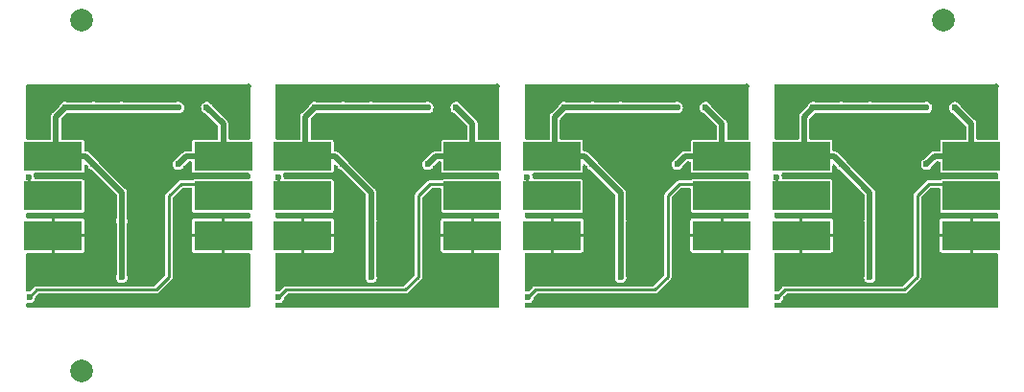
<source format=gbl>
G04 #@! TF.GenerationSoftware,KiCad,Pcbnew,(6.0.5)*
G04 #@! TF.CreationDate,2022-06-14T15:41:47+02:00*
G04 #@! TF.ProjectId,MicroMatrix_Panel,4d696372-6f4d-4617-9472-69785f50616e,1.1*
G04 #@! TF.SameCoordinates,Original*
G04 #@! TF.FileFunction,Copper,L2,Bot*
G04 #@! TF.FilePolarity,Positive*
%FSLAX46Y46*%
G04 Gerber Fmt 4.6, Leading zero omitted, Abs format (unit mm)*
G04 Created by KiCad (PCBNEW (6.0.5)) date 2022-06-14 15:41:47*
%MOMM*%
%LPD*%
G01*
G04 APERTURE LIST*
G04 #@! TA.AperFunction,SMDPad,CuDef*
%ADD10R,5.080000X2.540000*%
G04 #@! TD*
G04 #@! TA.AperFunction,SMDPad,CuDef*
%ADD11C,2.000000*%
G04 #@! TD*
G04 #@! TA.AperFunction,ViaPad*
%ADD12C,0.600000*%
G04 #@! TD*
G04 #@! TA.AperFunction,ViaPad*
%ADD13C,0.500000*%
G04 #@! TD*
G04 #@! TA.AperFunction,Conductor*
%ADD14C,0.500000*%
G04 #@! TD*
G04 #@! TA.AperFunction,Conductor*
%ADD15C,0.250000*%
G04 #@! TD*
G04 APERTURE END LIST*
D10*
G04 #@! TO.P,,1*
G04 #@! TO.N,Board_3-DIN*
X83500000Y-33000000D03*
G04 #@! TD*
G04 #@! TO.P,,1*
G04 #@! TO.N,Board_1-GND*
X39500000Y-36500000D03*
G04 #@! TD*
G04 #@! TO.P,,1*
G04 #@! TO.N,Board_2-+5V*
X76500000Y-29500000D03*
G04 #@! TD*
G04 #@! TO.P,,1*
G04 #@! TO.N,Board_1-DOUT*
X54500000Y-33000000D03*
G04 #@! TD*
G04 #@! TO.P,,1*
G04 #@! TO.N,Board_3-+5V*
X98500000Y-29500000D03*
G04 #@! TD*
G04 #@! TO.P,,1*
G04 #@! TO.N,Board_3-+5V*
X83500000Y-29500000D03*
G04 #@! TD*
G04 #@! TO.P,,1*
G04 #@! TO.N,Board_3-GND*
X98500000Y-36500000D03*
G04 #@! TD*
G04 #@! TO.P,,1*
G04 #@! TO.N,Board_1-GND*
X54500000Y-36500000D03*
G04 #@! TD*
G04 #@! TO.P,,1*
G04 #@! TO.N,Board_0-GND*
X17500000Y-36500000D03*
G04 #@! TD*
G04 #@! TO.P,,1*
G04 #@! TO.N,Board_0-DOUT*
X32500000Y-33000000D03*
G04 #@! TD*
G04 #@! TO.P,,1*
G04 #@! TO.N,Board_2-GND*
X61500000Y-36500000D03*
G04 #@! TD*
G04 #@! TO.P,,1*
G04 #@! TO.N,Board_3-GND*
X83500000Y-36500000D03*
G04 #@! TD*
G04 #@! TO.P,,1*
G04 #@! TO.N,Board_2-DOUT*
X76500000Y-33000000D03*
G04 #@! TD*
G04 #@! TO.P,,1*
G04 #@! TO.N,Board_1-+5V*
X39500000Y-29500000D03*
G04 #@! TD*
G04 #@! TO.P,,1*
G04 #@! TO.N,Board_0-DIN*
X17500000Y-33000000D03*
G04 #@! TD*
G04 #@! TO.P,,1*
G04 #@! TO.N,Board_2-DIN*
X61500000Y-33000000D03*
G04 #@! TD*
G04 #@! TO.P,,1*
G04 #@! TO.N,Board_2-+5V*
X61500000Y-29500000D03*
G04 #@! TD*
G04 #@! TO.P,,1*
G04 #@! TO.N,Board_0-+5V*
X17500000Y-29500000D03*
G04 #@! TD*
G04 #@! TO.P,,1*
G04 #@! TO.N,Board_2-GND*
X76500000Y-36500000D03*
G04 #@! TD*
G04 #@! TO.P,,1*
G04 #@! TO.N,Board_0-GND*
X32500000Y-36500000D03*
G04 #@! TD*
G04 #@! TO.P,,1*
G04 #@! TO.N,Board_3-DOUT*
X98500000Y-33000000D03*
G04 #@! TD*
G04 #@! TO.P,,1*
G04 #@! TO.N,Board_1-DIN*
X39500000Y-33000000D03*
G04 #@! TD*
G04 #@! TO.P,,1*
G04 #@! TO.N,Board_1-+5V*
X54500000Y-29500000D03*
G04 #@! TD*
G04 #@! TO.P,,1*
G04 #@! TO.N,Board_0-+5V*
X32500000Y-29500000D03*
G04 #@! TD*
D11*
G04 #@! TO.P,REF\u002A\u002A,*
G04 #@! TO.N,*
X96000000Y-17500000D03*
G04 #@! TD*
G04 #@! TO.P,REF\u002A\u002A,*
G04 #@! TO.N,*
X20000000Y-17500000D03*
G04 #@! TD*
G04 #@! TO.P,REF\u002A\u002A,*
G04 #@! TO.N,*
X20000000Y-48500000D03*
G04 #@! TD*
D12*
G04 #@! TO.N,Board_0-+5V*
X21050000Y-30200000D03*
X18550000Y-25200000D03*
X28550000Y-25200000D03*
X28550000Y-30200000D03*
X21050000Y-25200000D03*
X23550000Y-35200000D03*
X23550000Y-40200000D03*
X23550000Y-25200000D03*
X31050000Y-25200000D03*
G04 #@! TO.N,Board_0-DIN*
X15325000Y-31400000D03*
G04 #@! TO.N,Board_0-DOUT*
X15400000Y-41950000D03*
G04 #@! TO.N,Board_0-GND*
X19450000Y-27700000D03*
X27750000Y-42500000D03*
X24450000Y-27750000D03*
X32600000Y-23500000D03*
X17750000Y-42500000D03*
X26950000Y-32700000D03*
X30100000Y-23500000D03*
X30250000Y-42500000D03*
X29450000Y-27700000D03*
X32750000Y-42500000D03*
X20250000Y-42500000D03*
X29450000Y-32700000D03*
X28550000Y-37750000D03*
X22600000Y-23500000D03*
X24450000Y-37750000D03*
D13*
X34700000Y-23300000D03*
D12*
X22000000Y-32700000D03*
X34450000Y-27700000D03*
X31350000Y-27700000D03*
X21950000Y-27750000D03*
X25100000Y-23500000D03*
X16900000Y-27700000D03*
X17600000Y-23500000D03*
X24450000Y-32700000D03*
X22750000Y-42500000D03*
X20100000Y-23500000D03*
X25250000Y-42500000D03*
X26950000Y-37700000D03*
X29450000Y-37750000D03*
X21950000Y-37750000D03*
X26950000Y-27750000D03*
X20650000Y-37750000D03*
X27600000Y-23500000D03*
G04 #@! TO.N,Board_1-+5V*
X43050000Y-30200000D03*
X40550000Y-25200000D03*
X50550000Y-25200000D03*
X50550000Y-30200000D03*
X43050000Y-25200000D03*
X45550000Y-35200000D03*
X45550000Y-40200000D03*
X45550000Y-25200000D03*
X53050000Y-25200000D03*
G04 #@! TO.N,Board_1-DIN*
X37325000Y-31400000D03*
G04 #@! TO.N,Board_1-DOUT*
X37400000Y-41950000D03*
G04 #@! TO.N,Board_1-GND*
X41450000Y-27700000D03*
X49750000Y-42500000D03*
X46450000Y-27750000D03*
X54600000Y-23500000D03*
X39750000Y-42500000D03*
X48950000Y-32700000D03*
X52100000Y-23500000D03*
X52250000Y-42500000D03*
X51450000Y-27700000D03*
X54750000Y-42500000D03*
X42250000Y-42500000D03*
X51450000Y-32700000D03*
X50550000Y-37750000D03*
X44600000Y-23500000D03*
X46450000Y-37750000D03*
D13*
X56700000Y-23300000D03*
D12*
X44000000Y-32700000D03*
X56450000Y-27700000D03*
X53350000Y-27700000D03*
X43950000Y-27750000D03*
X47100000Y-23500000D03*
X38900000Y-27700000D03*
X39600000Y-23500000D03*
X46450000Y-32700000D03*
X44750000Y-42500000D03*
X42100000Y-23500000D03*
X47250000Y-42500000D03*
X48950000Y-37700000D03*
X51450000Y-37750000D03*
X43950000Y-37750000D03*
X48950000Y-27750000D03*
X42650000Y-37750000D03*
X49600000Y-23500000D03*
G04 #@! TO.N,Board_2-+5V*
X65050000Y-30200000D03*
X62550000Y-25200000D03*
X72550000Y-25200000D03*
X72550000Y-30200000D03*
X65050000Y-25200000D03*
X67550000Y-35200000D03*
X67550000Y-40200000D03*
X67550000Y-25200000D03*
X75050000Y-25200000D03*
G04 #@! TO.N,Board_2-DIN*
X59325000Y-31400000D03*
G04 #@! TO.N,Board_2-DOUT*
X59400000Y-41950000D03*
G04 #@! TO.N,Board_2-GND*
X63450000Y-27700000D03*
X71750000Y-42500000D03*
X68450000Y-27750000D03*
X76600000Y-23500000D03*
X61750000Y-42500000D03*
X70950000Y-32700000D03*
X74100000Y-23500000D03*
X74250000Y-42500000D03*
X73450000Y-27700000D03*
X76750000Y-42500000D03*
X64250000Y-42500000D03*
X73450000Y-32700000D03*
X72550000Y-37750000D03*
X66600000Y-23500000D03*
X68450000Y-37750000D03*
D13*
X78700000Y-23300000D03*
D12*
X66000000Y-32700000D03*
X78450000Y-27700000D03*
X75350000Y-27700000D03*
X65950000Y-27750000D03*
X69100000Y-23500000D03*
X60900000Y-27700000D03*
X61600000Y-23500000D03*
X68450000Y-32700000D03*
X66750000Y-42500000D03*
X64100000Y-23500000D03*
X69250000Y-42500000D03*
X70950000Y-37700000D03*
X73450000Y-37750000D03*
X65950000Y-37750000D03*
X70950000Y-27750000D03*
X64650000Y-37750000D03*
X71600000Y-23500000D03*
G04 #@! TO.N,Board_3-+5V*
X87050000Y-30200000D03*
X84550000Y-25200000D03*
X94550000Y-25200000D03*
X94550000Y-30200000D03*
X87050000Y-25200000D03*
X89550000Y-35200000D03*
X89550000Y-40200000D03*
X89550000Y-25200000D03*
X97050000Y-25200000D03*
G04 #@! TO.N,Board_3-DIN*
X81325000Y-31400000D03*
G04 #@! TO.N,Board_3-DOUT*
X81400000Y-41950000D03*
G04 #@! TO.N,Board_3-GND*
X85450000Y-27700000D03*
X93750000Y-42500000D03*
X90450000Y-27750000D03*
X98600000Y-23500000D03*
X83750000Y-42500000D03*
X92950000Y-32700000D03*
X96100000Y-23500000D03*
X96250000Y-42500000D03*
X95450000Y-27700000D03*
X98750000Y-42500000D03*
X86250000Y-42500000D03*
X95450000Y-32700000D03*
X94550000Y-37750000D03*
X88600000Y-23500000D03*
X90450000Y-37750000D03*
D13*
X100700000Y-23300000D03*
D12*
X88000000Y-32700000D03*
X100450000Y-27700000D03*
X97350000Y-27700000D03*
X87950000Y-27750000D03*
X91100000Y-23500000D03*
X82900000Y-27700000D03*
X83600000Y-23500000D03*
X90450000Y-32700000D03*
X88750000Y-42500000D03*
X86100000Y-23500000D03*
X91250000Y-42500000D03*
X92950000Y-37700000D03*
X95450000Y-37750000D03*
X87950000Y-37750000D03*
X92950000Y-27750000D03*
X86650000Y-37750000D03*
X93600000Y-23500000D03*
G04 #@! TD*
D14*
G04 #@! TO.N,Board_0-+5V*
X17500000Y-29500000D02*
X20350000Y-29500000D01*
X18550000Y-25200000D02*
X23550000Y-25200000D01*
X23550000Y-35200000D02*
X23550000Y-40200000D01*
X20350000Y-29500000D02*
X21050000Y-30200000D01*
X17750000Y-26000000D02*
X17750000Y-29250000D01*
X29250000Y-29500000D02*
X28550000Y-30200000D01*
X32500000Y-29500000D02*
X32500000Y-26650000D01*
X23550000Y-32700000D02*
X23550000Y-35200000D01*
X21050000Y-30200000D02*
X23550000Y-32700000D01*
D15*
X17750000Y-29250000D02*
X17500000Y-29500000D01*
D14*
X32500000Y-26650000D02*
X31050000Y-25200000D01*
X18550000Y-25200000D02*
X17750000Y-26000000D01*
X23550000Y-25200000D02*
X28550000Y-25200000D01*
X32500000Y-29500000D02*
X29250000Y-29500000D01*
D15*
G04 #@! TO.N,Board_0-DIN*
X16125000Y-33000000D02*
X15325000Y-32200000D01*
X17500000Y-33000000D02*
X15950000Y-33000000D01*
X15325000Y-32200000D02*
X15325000Y-31400000D01*
X15950000Y-33000000D02*
X15350000Y-32400000D01*
X17500000Y-33000000D02*
X16125000Y-33000000D01*
G04 #@! TO.N,Board_0-DOUT*
X28775000Y-31950000D02*
X27725000Y-33000000D01*
X16050000Y-41300000D02*
X15400000Y-41950000D01*
X27725000Y-33000000D02*
X27725000Y-40150000D01*
X26575000Y-41300000D02*
X16050000Y-41300000D01*
X31450000Y-31950000D02*
X32500000Y-33000000D01*
X27725000Y-40150000D02*
X26575000Y-41300000D01*
X28775000Y-31950000D02*
X31450000Y-31950000D01*
D14*
G04 #@! TO.N,Board_1-+5V*
X39500000Y-29500000D02*
X42350000Y-29500000D01*
X40550000Y-25200000D02*
X45550000Y-25200000D01*
X45550000Y-35200000D02*
X45550000Y-40200000D01*
X42350000Y-29500000D02*
X43050000Y-30200000D01*
X39750000Y-26000000D02*
X39750000Y-29250000D01*
X51250000Y-29500000D02*
X50550000Y-30200000D01*
X54500000Y-29500000D02*
X54500000Y-26650000D01*
X45550000Y-32700000D02*
X45550000Y-35200000D01*
X43050000Y-30200000D02*
X45550000Y-32700000D01*
D15*
X39750000Y-29250000D02*
X39500000Y-29500000D01*
D14*
X54500000Y-26650000D02*
X53050000Y-25200000D01*
X40550000Y-25200000D02*
X39750000Y-26000000D01*
X45550000Y-25200000D02*
X50550000Y-25200000D01*
X54500000Y-29500000D02*
X51250000Y-29500000D01*
D15*
G04 #@! TO.N,Board_1-DIN*
X38125000Y-33000000D02*
X37325000Y-32200000D01*
X39500000Y-33000000D02*
X37950000Y-33000000D01*
X37325000Y-32200000D02*
X37325000Y-31400000D01*
X37950000Y-33000000D02*
X37350000Y-32400000D01*
X39500000Y-33000000D02*
X38125000Y-33000000D01*
G04 #@! TO.N,Board_1-DOUT*
X50775000Y-31950000D02*
X49725000Y-33000000D01*
X38050000Y-41300000D02*
X37400000Y-41950000D01*
X49725000Y-33000000D02*
X49725000Y-40150000D01*
X48575000Y-41300000D02*
X38050000Y-41300000D01*
X53450000Y-31950000D02*
X54500000Y-33000000D01*
X49725000Y-40150000D02*
X48575000Y-41300000D01*
X50775000Y-31950000D02*
X53450000Y-31950000D01*
D14*
G04 #@! TO.N,Board_2-+5V*
X61500000Y-29500000D02*
X64350000Y-29500000D01*
X62550000Y-25200000D02*
X67550000Y-25200000D01*
X67550000Y-35200000D02*
X67550000Y-40200000D01*
X64350000Y-29500000D02*
X65050000Y-30200000D01*
X61750000Y-26000000D02*
X61750000Y-29250000D01*
X73250000Y-29500000D02*
X72550000Y-30200000D01*
X76500000Y-29500000D02*
X76500000Y-26650000D01*
X67550000Y-32700000D02*
X67550000Y-35200000D01*
X65050000Y-30200000D02*
X67550000Y-32700000D01*
D15*
X61750000Y-29250000D02*
X61500000Y-29500000D01*
D14*
X76500000Y-26650000D02*
X75050000Y-25200000D01*
X62550000Y-25200000D02*
X61750000Y-26000000D01*
X67550000Y-25200000D02*
X72550000Y-25200000D01*
X76500000Y-29500000D02*
X73250000Y-29500000D01*
D15*
G04 #@! TO.N,Board_2-DIN*
X60125000Y-33000000D02*
X59325000Y-32200000D01*
X61500000Y-33000000D02*
X59950000Y-33000000D01*
X59325000Y-32200000D02*
X59325000Y-31400000D01*
X59950000Y-33000000D02*
X59350000Y-32400000D01*
X61500000Y-33000000D02*
X60125000Y-33000000D01*
G04 #@! TO.N,Board_2-DOUT*
X72775000Y-31950000D02*
X71725000Y-33000000D01*
X60050000Y-41300000D02*
X59400000Y-41950000D01*
X71725000Y-33000000D02*
X71725000Y-40150000D01*
X70575000Y-41300000D02*
X60050000Y-41300000D01*
X75450000Y-31950000D02*
X76500000Y-33000000D01*
X71725000Y-40150000D02*
X70575000Y-41300000D01*
X72775000Y-31950000D02*
X75450000Y-31950000D01*
D14*
G04 #@! TO.N,Board_3-+5V*
X83500000Y-29500000D02*
X86350000Y-29500000D01*
X84550000Y-25200000D02*
X89550000Y-25200000D01*
X89550000Y-35200000D02*
X89550000Y-40200000D01*
X86350000Y-29500000D02*
X87050000Y-30200000D01*
X83750000Y-26000000D02*
X83750000Y-29250000D01*
X95250000Y-29500000D02*
X94550000Y-30200000D01*
X98500000Y-29500000D02*
X98500000Y-26650000D01*
X89550000Y-32700000D02*
X89550000Y-35200000D01*
X87050000Y-30200000D02*
X89550000Y-32700000D01*
D15*
X83750000Y-29250000D02*
X83500000Y-29500000D01*
D14*
X98500000Y-26650000D02*
X97050000Y-25200000D01*
X84550000Y-25200000D02*
X83750000Y-26000000D01*
X89550000Y-25200000D02*
X94550000Y-25200000D01*
X98500000Y-29500000D02*
X95250000Y-29500000D01*
D15*
G04 #@! TO.N,Board_3-DIN*
X82125000Y-33000000D02*
X81325000Y-32200000D01*
X83500000Y-33000000D02*
X81950000Y-33000000D01*
X81325000Y-32200000D02*
X81325000Y-31400000D01*
X81950000Y-33000000D02*
X81350000Y-32400000D01*
X83500000Y-33000000D02*
X82125000Y-33000000D01*
G04 #@! TO.N,Board_3-DOUT*
X94775000Y-31950000D02*
X93725000Y-33000000D01*
X82050000Y-41300000D02*
X81400000Y-41950000D01*
X93725000Y-33000000D02*
X93725000Y-40150000D01*
X92575000Y-41300000D02*
X82050000Y-41300000D01*
X97450000Y-31950000D02*
X98500000Y-33000000D01*
X93725000Y-40150000D02*
X92575000Y-41300000D01*
X94775000Y-31950000D02*
X97450000Y-31950000D01*
G04 #@! TD*
G04 #@! TA.AperFunction,Conductor*
G04 #@! TO.N,Board_0-GND*
G36*
X29701621Y-32295502D02*
G01*
X29748114Y-32349158D01*
X29759500Y-32401500D01*
X29759500Y-34289748D01*
X29771133Y-34348231D01*
X29815448Y-34414552D01*
X29881769Y-34458867D01*
X29893938Y-34461288D01*
X29893939Y-34461288D01*
X29934184Y-34469293D01*
X29940252Y-34470500D01*
X34745500Y-34470500D01*
X34813621Y-34490502D01*
X34860114Y-34544158D01*
X34871500Y-34596500D01*
X34871500Y-34850000D01*
X34851498Y-34918121D01*
X34797842Y-34964614D01*
X34745500Y-34976000D01*
X32645115Y-34976000D01*
X32629876Y-34980475D01*
X32628671Y-34981865D01*
X32627000Y-34989548D01*
X32627000Y-38005884D01*
X32631475Y-38021123D01*
X32632865Y-38022328D01*
X32640548Y-38023999D01*
X34745500Y-38023999D01*
X34813621Y-38044001D01*
X34860114Y-38097657D01*
X34871500Y-38149999D01*
X34871500Y-42745500D01*
X34851498Y-42813621D01*
X34797842Y-42860114D01*
X34745500Y-42871500D01*
X15254500Y-42871500D01*
X15186379Y-42851498D01*
X15139886Y-42797842D01*
X15128500Y-42745500D01*
X15128500Y-42560948D01*
X15148502Y-42492827D01*
X15202158Y-42446334D01*
X15272432Y-42436230D01*
X15292069Y-42440679D01*
X15319157Y-42449142D01*
X15328129Y-42449306D01*
X15328132Y-42449307D01*
X15393463Y-42450504D01*
X15462499Y-42451770D01*
X15471533Y-42449307D01*
X15592158Y-42416421D01*
X15592160Y-42416420D01*
X15600817Y-42414060D01*
X15722991Y-42339045D01*
X15819200Y-42232754D01*
X15881710Y-42103733D01*
X15905496Y-41962354D01*
X15905581Y-41955403D01*
X15905810Y-41954658D01*
X15905991Y-41952637D01*
X15906418Y-41952675D01*
X15926415Y-41887532D01*
X15942477Y-41867849D01*
X16147921Y-41662405D01*
X16210233Y-41628379D01*
X16237016Y-41625500D01*
X26555290Y-41625500D01*
X26566272Y-41625980D01*
X26592820Y-41628303D01*
X26592822Y-41628303D01*
X26603807Y-41629264D01*
X26640215Y-41619508D01*
X26650942Y-41617130D01*
X26654301Y-41616538D01*
X26688045Y-41610588D01*
X26697590Y-41605077D01*
X26700866Y-41603885D01*
X26704034Y-41602408D01*
X26714684Y-41599554D01*
X26745544Y-41577945D01*
X26754815Y-41572039D01*
X26777906Y-41558707D01*
X26787455Y-41553194D01*
X26811685Y-41524317D01*
X26819111Y-41516215D01*
X27941215Y-40394111D01*
X27949319Y-40386684D01*
X27969749Y-40369541D01*
X27978194Y-40362455D01*
X27993480Y-40335979D01*
X27997039Y-40329815D01*
X28002945Y-40320544D01*
X28018230Y-40298715D01*
X28024554Y-40289684D01*
X28027408Y-40279034D01*
X28028885Y-40275866D01*
X28030077Y-40272590D01*
X28035588Y-40263045D01*
X28042130Y-40225942D01*
X28044509Y-40215210D01*
X28054264Y-40178807D01*
X28050979Y-40141257D01*
X28050500Y-40130276D01*
X28050500Y-37788828D01*
X29706001Y-37788828D01*
X29707209Y-37801088D01*
X29718315Y-37856931D01*
X29727633Y-37879427D01*
X29769983Y-37942808D01*
X29787192Y-37960017D01*
X29850575Y-38002368D01*
X29873066Y-38011684D01*
X29928915Y-38022793D01*
X29941170Y-38024000D01*
X32354885Y-38024000D01*
X32370124Y-38019525D01*
X32371329Y-38018135D01*
X32373000Y-38010452D01*
X32373000Y-36645115D01*
X32368525Y-36629876D01*
X32367135Y-36628671D01*
X32359452Y-36627000D01*
X29724116Y-36627000D01*
X29708877Y-36631475D01*
X29707672Y-36632865D01*
X29706001Y-36640548D01*
X29706001Y-37788828D01*
X28050500Y-37788828D01*
X28050500Y-36354885D01*
X29706000Y-36354885D01*
X29710475Y-36370124D01*
X29711865Y-36371329D01*
X29719548Y-36373000D01*
X32354885Y-36373000D01*
X32370124Y-36368525D01*
X32371329Y-36367135D01*
X32373000Y-36359452D01*
X32373000Y-34994116D01*
X32368525Y-34978877D01*
X32367135Y-34977672D01*
X32359452Y-34976001D01*
X29941172Y-34976001D01*
X29928912Y-34977209D01*
X29873069Y-34988315D01*
X29850573Y-34997633D01*
X29787192Y-35039983D01*
X29769983Y-35057192D01*
X29727632Y-35120575D01*
X29718316Y-35143066D01*
X29707207Y-35198915D01*
X29706000Y-35211170D01*
X29706000Y-36354885D01*
X28050500Y-36354885D01*
X28050500Y-33187017D01*
X28070502Y-33118896D01*
X28087405Y-33097921D01*
X28872923Y-32312404D01*
X28935235Y-32278379D01*
X28962018Y-32275500D01*
X29633500Y-32275500D01*
X29701621Y-32295502D01*
G37*
G04 #@! TD.AperFunction*
G04 #@! TA.AperFunction,Conductor*
G36*
X34813621Y-23148502D02*
G01*
X34860114Y-23202158D01*
X34871500Y-23254500D01*
X34871500Y-27903500D01*
X34851498Y-27971621D01*
X34797842Y-28018114D01*
X34745500Y-28029500D01*
X33076500Y-28029500D01*
X33008379Y-28009498D01*
X32961886Y-27955842D01*
X32950500Y-27903500D01*
X32950500Y-26684220D01*
X32951373Y-26669411D01*
X32954257Y-26645043D01*
X32955364Y-26635690D01*
X32953672Y-26626426D01*
X32953672Y-26626422D01*
X32944827Y-26577989D01*
X32944178Y-26574088D01*
X32936851Y-26525355D01*
X32936849Y-26525347D01*
X32935449Y-26516038D01*
X32932323Y-26509528D01*
X32931026Y-26502427D01*
X32903982Y-26450363D01*
X32902214Y-26446825D01*
X32880886Y-26402411D01*
X32876809Y-26393921D01*
X32871922Y-26388635D01*
X32871895Y-26388595D01*
X32868580Y-26382212D01*
X32864275Y-26377172D01*
X32827048Y-26339945D01*
X32823618Y-26336379D01*
X32791246Y-26301359D01*
X32784854Y-26294444D01*
X32778495Y-26290751D01*
X32772337Y-26285234D01*
X31543254Y-25056151D01*
X31517648Y-25019207D01*
X31479701Y-24935746D01*
X31479699Y-24935743D01*
X31475984Y-24927572D01*
X31457598Y-24906234D01*
X31388260Y-24825763D01*
X31388257Y-24825760D01*
X31382400Y-24818963D01*
X31262095Y-24740985D01*
X31124739Y-24699907D01*
X31115763Y-24699852D01*
X31115762Y-24699852D01*
X31055555Y-24699484D01*
X30981376Y-24699031D01*
X30843529Y-24738428D01*
X30722280Y-24814930D01*
X30627377Y-24922388D01*
X30566447Y-25052163D01*
X30544391Y-25193823D01*
X30545555Y-25202725D01*
X30545555Y-25202728D01*
X30546814Y-25212354D01*
X30562980Y-25335979D01*
X30620720Y-25467203D01*
X30626497Y-25474076D01*
X30626498Y-25474077D01*
X30633792Y-25482754D01*
X30712970Y-25576948D01*
X30832313Y-25656390D01*
X30855479Y-25663628D01*
X30856492Y-25663944D01*
X30908013Y-25695116D01*
X32012595Y-26799698D01*
X32046621Y-26862010D01*
X32049500Y-26888793D01*
X32049500Y-27903500D01*
X32029498Y-27971621D01*
X31975842Y-28018114D01*
X31923500Y-28029500D01*
X29940252Y-28029500D01*
X29934184Y-28030707D01*
X29893939Y-28038712D01*
X29893938Y-28038712D01*
X29881769Y-28041133D01*
X29815448Y-28085448D01*
X29771133Y-28151769D01*
X29759500Y-28210252D01*
X29759500Y-28923500D01*
X29739498Y-28991621D01*
X29685842Y-29038114D01*
X29633500Y-29049500D01*
X29284219Y-29049500D01*
X29269410Y-29048627D01*
X29245042Y-29045743D01*
X29235689Y-29044636D01*
X29226425Y-29046328D01*
X29226423Y-29046328D01*
X29177988Y-29055174D01*
X29174084Y-29055824D01*
X29125348Y-29063151D01*
X29125346Y-29063152D01*
X29116038Y-29064551D01*
X29109525Y-29067678D01*
X29102426Y-29068975D01*
X29094067Y-29073317D01*
X29050363Y-29096018D01*
X29046825Y-29097786D01*
X29036051Y-29102960D01*
X28993921Y-29123191D01*
X28988636Y-29128076D01*
X28988589Y-29128108D01*
X28982211Y-29131421D01*
X28977172Y-29135725D01*
X28939945Y-29172952D01*
X28936380Y-29176381D01*
X28894444Y-29215146D01*
X28890751Y-29221505D01*
X28885234Y-29227663D01*
X28409934Y-29702963D01*
X28360298Y-29732174D01*
X28360353Y-29732297D01*
X28359248Y-29732791D01*
X28355468Y-29735016D01*
X28343529Y-29738428D01*
X28222280Y-29814930D01*
X28127377Y-29922388D01*
X28066447Y-30052163D01*
X28044391Y-30193823D01*
X28045555Y-30202725D01*
X28045555Y-30202728D01*
X28050782Y-30242698D01*
X28062980Y-30335979D01*
X28120720Y-30467203D01*
X28126497Y-30474076D01*
X28126498Y-30474077D01*
X28133792Y-30482754D01*
X28212970Y-30576948D01*
X28332313Y-30656390D01*
X28469157Y-30699142D01*
X28478129Y-30699306D01*
X28478132Y-30699307D01*
X28543463Y-30700504D01*
X28612499Y-30701770D01*
X28621533Y-30699307D01*
X28742158Y-30666421D01*
X28742160Y-30666420D01*
X28750817Y-30664060D01*
X28872991Y-30589045D01*
X28969200Y-30482754D01*
X29020883Y-30376080D01*
X29045180Y-30341923D01*
X29399698Y-29987405D01*
X29462010Y-29953379D01*
X29488793Y-29950500D01*
X29633500Y-29950500D01*
X29701621Y-29970502D01*
X29748114Y-30024158D01*
X29759500Y-30076500D01*
X29759500Y-30789748D01*
X29771133Y-30848231D01*
X29815448Y-30914552D01*
X29881769Y-30958867D01*
X29893938Y-30961288D01*
X29893939Y-30961288D01*
X29934184Y-30969293D01*
X29940252Y-30970500D01*
X34745500Y-30970500D01*
X34813621Y-30990502D01*
X34860114Y-31044158D01*
X34871500Y-31096500D01*
X34871500Y-31403500D01*
X34851498Y-31471621D01*
X34797842Y-31518114D01*
X34745500Y-31529500D01*
X29940252Y-31529500D01*
X29934184Y-31530707D01*
X29893939Y-31538712D01*
X29893938Y-31538712D01*
X29881769Y-31541133D01*
X29815448Y-31585448D01*
X29812456Y-31589925D01*
X29754416Y-31621620D01*
X29727629Y-31624500D01*
X28794713Y-31624500D01*
X28783732Y-31624021D01*
X28757170Y-31621697D01*
X28757168Y-31621697D01*
X28746193Y-31620737D01*
X28709783Y-31630492D01*
X28699076Y-31632866D01*
X28661955Y-31639412D01*
X28652411Y-31644922D01*
X28649135Y-31646114D01*
X28645964Y-31647593D01*
X28635316Y-31650446D01*
X28626287Y-31656768D01*
X28604449Y-31672059D01*
X28595179Y-31677964D01*
X28572092Y-31691293D01*
X28572088Y-31691296D01*
X28562545Y-31696806D01*
X28546071Y-31716439D01*
X28538320Y-31725676D01*
X28530894Y-31733779D01*
X27508784Y-32755890D01*
X27500681Y-32763316D01*
X27471806Y-32787545D01*
X27466293Y-32797094D01*
X27452961Y-32820185D01*
X27447055Y-32829456D01*
X27425446Y-32860316D01*
X27422592Y-32870966D01*
X27421115Y-32874134D01*
X27419923Y-32877410D01*
X27414412Y-32886955D01*
X27408462Y-32920699D01*
X27407870Y-32924058D01*
X27405492Y-32934785D01*
X27395736Y-32971193D01*
X27396697Y-32982178D01*
X27396697Y-32982180D01*
X27399020Y-33008728D01*
X27399500Y-33019710D01*
X27399500Y-39962984D01*
X27379498Y-40031105D01*
X27362595Y-40052079D01*
X26477079Y-40937595D01*
X26414767Y-40971621D01*
X26387984Y-40974500D01*
X16069710Y-40974500D01*
X16058728Y-40974020D01*
X16032180Y-40971697D01*
X16032178Y-40971697D01*
X16021193Y-40970736D01*
X15984785Y-40980492D01*
X15974058Y-40982870D01*
X15970699Y-40983462D01*
X15936955Y-40989412D01*
X15927410Y-40994923D01*
X15924134Y-40996115D01*
X15920966Y-40997592D01*
X15910316Y-41000446D01*
X15901285Y-41006770D01*
X15879456Y-41022055D01*
X15870185Y-41027961D01*
X15847094Y-41041293D01*
X15837545Y-41046806D01*
X15830459Y-41055251D01*
X15813315Y-41075682D01*
X15805889Y-41083785D01*
X15477204Y-41412470D01*
X15414892Y-41446496D01*
X15387339Y-41449373D01*
X15361235Y-41449214D01*
X15331376Y-41449031D01*
X15289123Y-41461107D01*
X15218129Y-41460593D01*
X15158682Y-41421779D01*
X15129656Y-41356987D01*
X15128500Y-41339957D01*
X15128500Y-38150000D01*
X15148502Y-38081879D01*
X15202158Y-38035386D01*
X15254500Y-38024000D01*
X17354885Y-38024000D01*
X17370124Y-38019525D01*
X17371329Y-38018135D01*
X17373000Y-38010452D01*
X17373000Y-38005884D01*
X17627000Y-38005884D01*
X17631475Y-38021123D01*
X17632865Y-38022328D01*
X17640548Y-38023999D01*
X20058828Y-38023999D01*
X20071088Y-38022791D01*
X20126931Y-38011685D01*
X20149427Y-38002367D01*
X20212808Y-37960017D01*
X20230017Y-37942808D01*
X20272368Y-37879425D01*
X20281684Y-37856934D01*
X20292793Y-37801085D01*
X20294000Y-37788830D01*
X20294000Y-36645115D01*
X20289525Y-36629876D01*
X20288135Y-36628671D01*
X20280452Y-36627000D01*
X17645115Y-36627000D01*
X17629876Y-36631475D01*
X17628671Y-36632865D01*
X17627000Y-36640548D01*
X17627000Y-38005884D01*
X17373000Y-38005884D01*
X17373000Y-36354885D01*
X17627000Y-36354885D01*
X17631475Y-36370124D01*
X17632865Y-36371329D01*
X17640548Y-36373000D01*
X20275884Y-36373000D01*
X20291123Y-36368525D01*
X20292328Y-36367135D01*
X20293999Y-36359452D01*
X20293999Y-35211172D01*
X20292791Y-35198912D01*
X20281685Y-35143069D01*
X20272367Y-35120573D01*
X20230017Y-35057192D01*
X20212808Y-35039983D01*
X20149425Y-34997632D01*
X20126934Y-34988316D01*
X20071085Y-34977207D01*
X20058830Y-34976000D01*
X17645115Y-34976000D01*
X17629876Y-34980475D01*
X17628671Y-34981865D01*
X17627000Y-34989548D01*
X17627000Y-36354885D01*
X17373000Y-36354885D01*
X17373000Y-34994116D01*
X17368525Y-34978877D01*
X17367135Y-34977672D01*
X17359452Y-34976001D01*
X15254500Y-34976001D01*
X15186379Y-34955999D01*
X15139886Y-34902343D01*
X15128500Y-34850001D01*
X15128500Y-34596500D01*
X15148502Y-34528379D01*
X15202158Y-34481886D01*
X15254500Y-34470500D01*
X20059748Y-34470500D01*
X20065816Y-34469293D01*
X20106061Y-34461288D01*
X20106062Y-34461288D01*
X20118231Y-34458867D01*
X20184552Y-34414552D01*
X20228867Y-34348231D01*
X20240500Y-34289748D01*
X20240500Y-31710252D01*
X20228867Y-31651769D01*
X20184552Y-31585448D01*
X20118231Y-31541133D01*
X20106062Y-31538712D01*
X20106061Y-31538712D01*
X20065816Y-31530707D01*
X20059748Y-31529500D01*
X15956614Y-31529500D01*
X15888493Y-31509498D01*
X15842000Y-31455842D01*
X15832246Y-31409644D01*
X15830905Y-31409731D01*
X15830588Y-31404860D01*
X15830647Y-31400000D01*
X15810323Y-31258082D01*
X15760568Y-31148651D01*
X15750582Y-31078360D01*
X15780182Y-31013829D01*
X15839972Y-30975545D01*
X15875269Y-30970500D01*
X20059748Y-30970500D01*
X20065816Y-30969293D01*
X20106061Y-30961288D01*
X20106062Y-30961288D01*
X20118231Y-30958867D01*
X20184552Y-30914552D01*
X20228867Y-30848231D01*
X20240500Y-30789748D01*
X20240500Y-30331793D01*
X20260502Y-30263672D01*
X20314158Y-30217179D01*
X20384432Y-30207075D01*
X20449012Y-30236569D01*
X20455595Y-30242698D01*
X20557347Y-30344450D01*
X20583581Y-30382799D01*
X20620720Y-30467203D01*
X20626497Y-30474076D01*
X20626498Y-30474077D01*
X20633792Y-30482754D01*
X20712970Y-30576948D01*
X20832313Y-30656390D01*
X20855479Y-30663628D01*
X20856492Y-30663944D01*
X20908013Y-30695116D01*
X23062595Y-32849698D01*
X23096621Y-32912010D01*
X23099500Y-32938793D01*
X23099500Y-34953656D01*
X23087555Y-35007205D01*
X23066447Y-35052163D01*
X23065066Y-35061035D01*
X23052294Y-35143066D01*
X23044391Y-35193823D01*
X23045555Y-35202725D01*
X23045555Y-35202728D01*
X23046814Y-35212354D01*
X23062980Y-35335979D01*
X23066597Y-35344199D01*
X23088829Y-35394725D01*
X23099500Y-35445471D01*
X23099500Y-39953656D01*
X23087555Y-40007205D01*
X23066447Y-40052163D01*
X23065066Y-40061035D01*
X23046729Y-40178807D01*
X23044391Y-40193823D01*
X23045555Y-40202725D01*
X23045555Y-40202728D01*
X23048591Y-40225942D01*
X23062980Y-40335979D01*
X23120720Y-40467203D01*
X23126497Y-40474076D01*
X23126498Y-40474077D01*
X23133792Y-40482754D01*
X23212970Y-40576948D01*
X23332313Y-40656390D01*
X23469157Y-40699142D01*
X23478129Y-40699306D01*
X23478132Y-40699307D01*
X23543463Y-40700504D01*
X23612499Y-40701770D01*
X23621533Y-40699307D01*
X23742158Y-40666421D01*
X23742160Y-40666420D01*
X23750817Y-40664060D01*
X23872991Y-40589045D01*
X23969200Y-40482754D01*
X24014035Y-40390214D01*
X24027795Y-40361814D01*
X24027795Y-40361813D01*
X24031710Y-40353733D01*
X24055496Y-40212354D01*
X24055647Y-40200000D01*
X24035323Y-40058082D01*
X24023058Y-40031105D01*
X24011799Y-40006343D01*
X24000500Y-39954192D01*
X24000500Y-35447066D01*
X24013106Y-35392132D01*
X24031710Y-35353733D01*
X24055496Y-35212354D01*
X24055647Y-35200000D01*
X24035323Y-35058082D01*
X24011799Y-35006343D01*
X24000500Y-34954192D01*
X24000500Y-32734220D01*
X24001373Y-32719411D01*
X24004257Y-32695043D01*
X24005364Y-32685690D01*
X23994828Y-32627999D01*
X23994178Y-32624096D01*
X23986850Y-32575355D01*
X23986850Y-32575354D01*
X23985449Y-32566038D01*
X23982321Y-32559525D01*
X23981025Y-32552427D01*
X23953975Y-32500353D01*
X23952225Y-32496850D01*
X23930885Y-32452410D01*
X23926809Y-32443921D01*
X23921923Y-32438635D01*
X23921890Y-32438587D01*
X23918579Y-32432212D01*
X23914275Y-32427172D01*
X23877048Y-32389945D01*
X23873618Y-32386379D01*
X23841246Y-32351359D01*
X23834854Y-32344444D01*
X23828495Y-32340751D01*
X23822337Y-32335234D01*
X21543254Y-30056151D01*
X21517648Y-30019207D01*
X21479701Y-29935746D01*
X21479699Y-29935743D01*
X21475984Y-29927572D01*
X21457598Y-29906234D01*
X21388260Y-29825763D01*
X21388257Y-29825760D01*
X21382400Y-29818963D01*
X21262095Y-29740985D01*
X21244066Y-29735593D01*
X21191075Y-29703972D01*
X20692753Y-29205650D01*
X20682899Y-29194561D01*
X20667707Y-29175291D01*
X20667705Y-29175289D01*
X20661872Y-29167890D01*
X20654125Y-29162535D01*
X20654123Y-29162534D01*
X20617875Y-29137482D01*
X20613615Y-29134538D01*
X20610403Y-29132243D01*
X20604785Y-29128093D01*
X20563184Y-29097366D01*
X20556368Y-29094973D01*
X20550431Y-29090869D01*
X20541451Y-29088029D01*
X20541449Y-29088028D01*
X20521283Y-29081650D01*
X20494481Y-29073174D01*
X20490750Y-29071929D01*
X20444263Y-29055604D01*
X20444261Y-29055604D01*
X20435369Y-29052481D01*
X20428181Y-29052199D01*
X20428122Y-29052188D01*
X20421270Y-29050020D01*
X20414663Y-29049500D01*
X20366500Y-29049500D01*
X20298379Y-29029498D01*
X20251886Y-28975842D01*
X20240500Y-28923500D01*
X20240500Y-28210252D01*
X20228867Y-28151769D01*
X20184552Y-28085448D01*
X20118231Y-28041133D01*
X20106062Y-28038712D01*
X20106061Y-28038712D01*
X20065816Y-28030707D01*
X20059748Y-28029500D01*
X18326500Y-28029500D01*
X18258379Y-28009498D01*
X18211886Y-27955842D01*
X18200500Y-27903500D01*
X18200500Y-26238793D01*
X18220502Y-26170672D01*
X18237405Y-26149698D01*
X18688968Y-25698135D01*
X18734636Y-25671636D01*
X18733921Y-25669984D01*
X18742153Y-25666422D01*
X18750817Y-25664060D01*
X18756547Y-25660542D01*
X18805042Y-25650500D01*
X20794411Y-25650500D01*
X20831528Y-25658902D01*
X20832313Y-25656390D01*
X20969157Y-25699142D01*
X20978129Y-25699306D01*
X20978132Y-25699307D01*
X21043463Y-25700504D01*
X21112499Y-25701770D01*
X21121533Y-25699307D01*
X21242155Y-25666422D01*
X21242158Y-25666421D01*
X21250817Y-25664060D01*
X21256546Y-25660542D01*
X21305042Y-25650500D01*
X23294411Y-25650500D01*
X23331528Y-25658902D01*
X23332313Y-25656390D01*
X23469157Y-25699142D01*
X23478129Y-25699306D01*
X23478132Y-25699307D01*
X23543463Y-25700504D01*
X23612499Y-25701770D01*
X23621533Y-25699307D01*
X23742155Y-25666422D01*
X23742158Y-25666421D01*
X23750817Y-25664060D01*
X23756546Y-25660542D01*
X23805042Y-25650500D01*
X28294411Y-25650500D01*
X28331528Y-25658902D01*
X28332313Y-25656390D01*
X28469157Y-25699142D01*
X28478129Y-25699306D01*
X28478132Y-25699307D01*
X28543463Y-25700504D01*
X28612499Y-25701770D01*
X28621533Y-25699307D01*
X28742158Y-25666421D01*
X28742160Y-25666420D01*
X28750817Y-25664060D01*
X28872991Y-25589045D01*
X28969200Y-25482754D01*
X29031710Y-25353733D01*
X29055496Y-25212354D01*
X29055647Y-25200000D01*
X29035323Y-25058082D01*
X29027736Y-25041394D01*
X28979700Y-24935746D01*
X28975984Y-24927572D01*
X28957598Y-24906234D01*
X28888260Y-24825763D01*
X28888257Y-24825760D01*
X28882400Y-24818963D01*
X28762095Y-24740985D01*
X28624739Y-24699907D01*
X28615763Y-24699852D01*
X28615762Y-24699852D01*
X28555555Y-24699484D01*
X28481376Y-24699031D01*
X28343529Y-24738428D01*
X28341824Y-24739504D01*
X28294996Y-24749500D01*
X23805192Y-24749500D01*
X23762364Y-24740084D01*
X23762095Y-24740985D01*
X23624739Y-24699907D01*
X23615763Y-24699852D01*
X23615762Y-24699852D01*
X23555555Y-24699484D01*
X23481376Y-24699031D01*
X23343529Y-24738428D01*
X23341824Y-24739504D01*
X23294996Y-24749500D01*
X21305192Y-24749500D01*
X21262364Y-24740084D01*
X21262095Y-24740985D01*
X21124739Y-24699907D01*
X21115763Y-24699852D01*
X21115762Y-24699852D01*
X21055555Y-24699484D01*
X20981376Y-24699031D01*
X20843529Y-24738428D01*
X20841824Y-24739504D01*
X20794996Y-24749500D01*
X18805192Y-24749500D01*
X18762364Y-24740084D01*
X18762095Y-24740985D01*
X18624739Y-24699907D01*
X18615763Y-24699852D01*
X18615762Y-24699852D01*
X18555555Y-24699484D01*
X18481376Y-24699031D01*
X18343529Y-24738428D01*
X18222280Y-24814930D01*
X18127377Y-24922388D01*
X18081920Y-25019207D01*
X18080872Y-25021439D01*
X18055912Y-25056985D01*
X17455650Y-25657247D01*
X17444561Y-25667101D01*
X17425291Y-25682293D01*
X17425289Y-25682295D01*
X17417890Y-25688128D01*
X17412535Y-25695875D01*
X17412534Y-25695877D01*
X17384545Y-25736375D01*
X17382250Y-25739587D01*
X17347366Y-25786816D01*
X17344973Y-25793632D01*
X17340869Y-25799569D01*
X17338029Y-25808549D01*
X17338028Y-25808551D01*
X17323182Y-25855495D01*
X17321929Y-25859250D01*
X17302481Y-25914631D01*
X17302199Y-25921819D01*
X17302188Y-25921878D01*
X17300020Y-25928730D01*
X17299500Y-25935337D01*
X17299500Y-25988016D01*
X17299403Y-25992962D01*
X17297162Y-26049994D01*
X17299046Y-26057100D01*
X17299500Y-26065347D01*
X17299500Y-27903500D01*
X17279498Y-27971621D01*
X17225842Y-28018114D01*
X17173500Y-28029500D01*
X15254500Y-28029500D01*
X15186379Y-28009498D01*
X15139886Y-27955842D01*
X15128500Y-27903500D01*
X15128500Y-23254500D01*
X15148502Y-23186379D01*
X15202158Y-23139886D01*
X15254500Y-23128500D01*
X34745500Y-23128500D01*
X34813621Y-23148502D01*
G37*
G04 #@! TD.AperFunction*
G04 #@! TD*
G04 #@! TA.AperFunction,Conductor*
G04 #@! TO.N,Board_1-GND*
G36*
X51701621Y-32295502D02*
G01*
X51748114Y-32349158D01*
X51759500Y-32401500D01*
X51759500Y-34289748D01*
X51771133Y-34348231D01*
X51815448Y-34414552D01*
X51881769Y-34458867D01*
X51893938Y-34461288D01*
X51893939Y-34461288D01*
X51934184Y-34469293D01*
X51940252Y-34470500D01*
X56745500Y-34470500D01*
X56813621Y-34490502D01*
X56860114Y-34544158D01*
X56871500Y-34596500D01*
X56871500Y-34850000D01*
X56851498Y-34918121D01*
X56797842Y-34964614D01*
X56745500Y-34976000D01*
X54645115Y-34976000D01*
X54629876Y-34980475D01*
X54628671Y-34981865D01*
X54627000Y-34989548D01*
X54627000Y-38005884D01*
X54631475Y-38021123D01*
X54632865Y-38022328D01*
X54640548Y-38023999D01*
X56745500Y-38023999D01*
X56813621Y-38044001D01*
X56860114Y-38097657D01*
X56871500Y-38149999D01*
X56871500Y-42745500D01*
X56851498Y-42813621D01*
X56797842Y-42860114D01*
X56745500Y-42871500D01*
X37254500Y-42871500D01*
X37186379Y-42851498D01*
X37139886Y-42797842D01*
X37128500Y-42745500D01*
X37128500Y-42560948D01*
X37148502Y-42492827D01*
X37202158Y-42446334D01*
X37272432Y-42436230D01*
X37292069Y-42440679D01*
X37319157Y-42449142D01*
X37328129Y-42449306D01*
X37328132Y-42449307D01*
X37393463Y-42450504D01*
X37462499Y-42451770D01*
X37471533Y-42449307D01*
X37592158Y-42416421D01*
X37592160Y-42416420D01*
X37600817Y-42414060D01*
X37722991Y-42339045D01*
X37819200Y-42232754D01*
X37881710Y-42103733D01*
X37905496Y-41962354D01*
X37905581Y-41955403D01*
X37905810Y-41954658D01*
X37905991Y-41952637D01*
X37906418Y-41952675D01*
X37926415Y-41887532D01*
X37942477Y-41867849D01*
X38147921Y-41662405D01*
X38210233Y-41628379D01*
X38237016Y-41625500D01*
X48555290Y-41625500D01*
X48566272Y-41625980D01*
X48592820Y-41628303D01*
X48592822Y-41628303D01*
X48603807Y-41629264D01*
X48640215Y-41619508D01*
X48650942Y-41617130D01*
X48654301Y-41616538D01*
X48688045Y-41610588D01*
X48697590Y-41605077D01*
X48700866Y-41603885D01*
X48704034Y-41602408D01*
X48714684Y-41599554D01*
X48745544Y-41577945D01*
X48754815Y-41572039D01*
X48777906Y-41558707D01*
X48787455Y-41553194D01*
X48811685Y-41524317D01*
X48819111Y-41516215D01*
X49941215Y-40394111D01*
X49949319Y-40386684D01*
X49969749Y-40369541D01*
X49978194Y-40362455D01*
X49993480Y-40335979D01*
X49997039Y-40329815D01*
X50002945Y-40320544D01*
X50018230Y-40298715D01*
X50024554Y-40289684D01*
X50027408Y-40279034D01*
X50028885Y-40275866D01*
X50030077Y-40272590D01*
X50035588Y-40263045D01*
X50042130Y-40225942D01*
X50044509Y-40215210D01*
X50054264Y-40178807D01*
X50050979Y-40141257D01*
X50050500Y-40130276D01*
X50050500Y-37788828D01*
X51706001Y-37788828D01*
X51707209Y-37801088D01*
X51718315Y-37856931D01*
X51727633Y-37879427D01*
X51769983Y-37942808D01*
X51787192Y-37960017D01*
X51850575Y-38002368D01*
X51873066Y-38011684D01*
X51928915Y-38022793D01*
X51941170Y-38024000D01*
X54354885Y-38024000D01*
X54370124Y-38019525D01*
X54371329Y-38018135D01*
X54373000Y-38010452D01*
X54373000Y-36645115D01*
X54368525Y-36629876D01*
X54367135Y-36628671D01*
X54359452Y-36627000D01*
X51724116Y-36627000D01*
X51708877Y-36631475D01*
X51707672Y-36632865D01*
X51706001Y-36640548D01*
X51706001Y-37788828D01*
X50050500Y-37788828D01*
X50050500Y-36354885D01*
X51706000Y-36354885D01*
X51710475Y-36370124D01*
X51711865Y-36371329D01*
X51719548Y-36373000D01*
X54354885Y-36373000D01*
X54370124Y-36368525D01*
X54371329Y-36367135D01*
X54373000Y-36359452D01*
X54373000Y-34994116D01*
X54368525Y-34978877D01*
X54367135Y-34977672D01*
X54359452Y-34976001D01*
X51941172Y-34976001D01*
X51928912Y-34977209D01*
X51873069Y-34988315D01*
X51850573Y-34997633D01*
X51787192Y-35039983D01*
X51769983Y-35057192D01*
X51727632Y-35120575D01*
X51718316Y-35143066D01*
X51707207Y-35198915D01*
X51706000Y-35211170D01*
X51706000Y-36354885D01*
X50050500Y-36354885D01*
X50050500Y-33187017D01*
X50070502Y-33118896D01*
X50087405Y-33097921D01*
X50872923Y-32312404D01*
X50935235Y-32278379D01*
X50962018Y-32275500D01*
X51633500Y-32275500D01*
X51701621Y-32295502D01*
G37*
G04 #@! TD.AperFunction*
G04 #@! TA.AperFunction,Conductor*
G36*
X56813621Y-23148502D02*
G01*
X56860114Y-23202158D01*
X56871500Y-23254500D01*
X56871500Y-27903500D01*
X56851498Y-27971621D01*
X56797842Y-28018114D01*
X56745500Y-28029500D01*
X55076500Y-28029500D01*
X55008379Y-28009498D01*
X54961886Y-27955842D01*
X54950500Y-27903500D01*
X54950500Y-26684220D01*
X54951373Y-26669411D01*
X54954257Y-26645043D01*
X54955364Y-26635690D01*
X54953672Y-26626426D01*
X54953672Y-26626422D01*
X54944827Y-26577989D01*
X54944178Y-26574088D01*
X54936851Y-26525355D01*
X54936849Y-26525347D01*
X54935449Y-26516038D01*
X54932323Y-26509528D01*
X54931026Y-26502427D01*
X54903982Y-26450363D01*
X54902214Y-26446825D01*
X54880886Y-26402411D01*
X54876809Y-26393921D01*
X54871922Y-26388635D01*
X54871895Y-26388595D01*
X54868580Y-26382212D01*
X54864275Y-26377172D01*
X54827048Y-26339945D01*
X54823618Y-26336379D01*
X54791246Y-26301359D01*
X54784854Y-26294444D01*
X54778495Y-26290751D01*
X54772337Y-26285234D01*
X53543254Y-25056151D01*
X53517648Y-25019207D01*
X53479701Y-24935746D01*
X53479699Y-24935743D01*
X53475984Y-24927572D01*
X53457598Y-24906234D01*
X53388260Y-24825763D01*
X53388257Y-24825760D01*
X53382400Y-24818963D01*
X53262095Y-24740985D01*
X53124739Y-24699907D01*
X53115763Y-24699852D01*
X53115762Y-24699852D01*
X53055555Y-24699484D01*
X52981376Y-24699031D01*
X52843529Y-24738428D01*
X52722280Y-24814930D01*
X52627377Y-24922388D01*
X52566447Y-25052163D01*
X52544391Y-25193823D01*
X52545555Y-25202725D01*
X52545555Y-25202728D01*
X52546814Y-25212354D01*
X52562980Y-25335979D01*
X52620720Y-25467203D01*
X52626497Y-25474076D01*
X52626498Y-25474077D01*
X52633792Y-25482754D01*
X52712970Y-25576948D01*
X52832313Y-25656390D01*
X52855479Y-25663628D01*
X52856492Y-25663944D01*
X52908013Y-25695116D01*
X54012595Y-26799698D01*
X54046621Y-26862010D01*
X54049500Y-26888793D01*
X54049500Y-27903500D01*
X54029498Y-27971621D01*
X53975842Y-28018114D01*
X53923500Y-28029500D01*
X51940252Y-28029500D01*
X51934184Y-28030707D01*
X51893939Y-28038712D01*
X51893938Y-28038712D01*
X51881769Y-28041133D01*
X51815448Y-28085448D01*
X51771133Y-28151769D01*
X51759500Y-28210252D01*
X51759500Y-28923500D01*
X51739498Y-28991621D01*
X51685842Y-29038114D01*
X51633500Y-29049500D01*
X51284219Y-29049500D01*
X51269410Y-29048627D01*
X51245042Y-29045743D01*
X51235689Y-29044636D01*
X51226425Y-29046328D01*
X51226423Y-29046328D01*
X51177988Y-29055174D01*
X51174084Y-29055824D01*
X51125348Y-29063151D01*
X51125346Y-29063152D01*
X51116038Y-29064551D01*
X51109525Y-29067678D01*
X51102426Y-29068975D01*
X51094067Y-29073317D01*
X51050363Y-29096018D01*
X51046825Y-29097786D01*
X51036051Y-29102960D01*
X50993921Y-29123191D01*
X50988636Y-29128076D01*
X50988589Y-29128108D01*
X50982211Y-29131421D01*
X50977172Y-29135725D01*
X50939945Y-29172952D01*
X50936380Y-29176381D01*
X50894444Y-29215146D01*
X50890751Y-29221505D01*
X50885234Y-29227663D01*
X50409934Y-29702963D01*
X50360298Y-29732174D01*
X50360353Y-29732297D01*
X50359248Y-29732791D01*
X50355468Y-29735016D01*
X50343529Y-29738428D01*
X50222280Y-29814930D01*
X50127377Y-29922388D01*
X50066447Y-30052163D01*
X50044391Y-30193823D01*
X50045555Y-30202725D01*
X50045555Y-30202728D01*
X50050782Y-30242698D01*
X50062980Y-30335979D01*
X50120720Y-30467203D01*
X50126497Y-30474076D01*
X50126498Y-30474077D01*
X50133792Y-30482754D01*
X50212970Y-30576948D01*
X50332313Y-30656390D01*
X50469157Y-30699142D01*
X50478129Y-30699306D01*
X50478132Y-30699307D01*
X50543463Y-30700504D01*
X50612499Y-30701770D01*
X50621533Y-30699307D01*
X50742158Y-30666421D01*
X50742160Y-30666420D01*
X50750817Y-30664060D01*
X50872991Y-30589045D01*
X50969200Y-30482754D01*
X51020883Y-30376080D01*
X51045180Y-30341923D01*
X51399698Y-29987405D01*
X51462010Y-29953379D01*
X51488793Y-29950500D01*
X51633500Y-29950500D01*
X51701621Y-29970502D01*
X51748114Y-30024158D01*
X51759500Y-30076500D01*
X51759500Y-30789748D01*
X51771133Y-30848231D01*
X51815448Y-30914552D01*
X51881769Y-30958867D01*
X51893938Y-30961288D01*
X51893939Y-30961288D01*
X51934184Y-30969293D01*
X51940252Y-30970500D01*
X56745500Y-30970500D01*
X56813621Y-30990502D01*
X56860114Y-31044158D01*
X56871500Y-31096500D01*
X56871500Y-31403500D01*
X56851498Y-31471621D01*
X56797842Y-31518114D01*
X56745500Y-31529500D01*
X51940252Y-31529500D01*
X51934184Y-31530707D01*
X51893939Y-31538712D01*
X51893938Y-31538712D01*
X51881769Y-31541133D01*
X51815448Y-31585448D01*
X51812456Y-31589925D01*
X51754416Y-31621620D01*
X51727629Y-31624500D01*
X50794713Y-31624500D01*
X50783732Y-31624021D01*
X50757170Y-31621697D01*
X50757168Y-31621697D01*
X50746193Y-31620737D01*
X50709783Y-31630492D01*
X50699076Y-31632866D01*
X50661955Y-31639412D01*
X50652411Y-31644922D01*
X50649135Y-31646114D01*
X50645964Y-31647593D01*
X50635316Y-31650446D01*
X50626287Y-31656768D01*
X50604449Y-31672059D01*
X50595179Y-31677964D01*
X50572092Y-31691293D01*
X50572088Y-31691296D01*
X50562545Y-31696806D01*
X50546071Y-31716439D01*
X50538320Y-31725676D01*
X50530894Y-31733779D01*
X49508784Y-32755890D01*
X49500681Y-32763316D01*
X49471806Y-32787545D01*
X49466293Y-32797094D01*
X49452961Y-32820185D01*
X49447055Y-32829456D01*
X49425446Y-32860316D01*
X49422592Y-32870966D01*
X49421115Y-32874134D01*
X49419923Y-32877410D01*
X49414412Y-32886955D01*
X49408462Y-32920699D01*
X49407870Y-32924058D01*
X49405492Y-32934785D01*
X49395736Y-32971193D01*
X49396697Y-32982178D01*
X49396697Y-32982180D01*
X49399020Y-33008728D01*
X49399500Y-33019710D01*
X49399500Y-39962984D01*
X49379498Y-40031105D01*
X49362595Y-40052079D01*
X48477079Y-40937595D01*
X48414767Y-40971621D01*
X48387984Y-40974500D01*
X38069710Y-40974500D01*
X38058728Y-40974020D01*
X38032180Y-40971697D01*
X38032178Y-40971697D01*
X38021193Y-40970736D01*
X37984785Y-40980492D01*
X37974058Y-40982870D01*
X37970699Y-40983462D01*
X37936955Y-40989412D01*
X37927410Y-40994923D01*
X37924134Y-40996115D01*
X37920966Y-40997592D01*
X37910316Y-41000446D01*
X37901285Y-41006770D01*
X37879456Y-41022055D01*
X37870185Y-41027961D01*
X37847094Y-41041293D01*
X37837545Y-41046806D01*
X37830459Y-41055251D01*
X37813315Y-41075682D01*
X37805889Y-41083785D01*
X37477204Y-41412470D01*
X37414892Y-41446496D01*
X37387339Y-41449373D01*
X37361235Y-41449214D01*
X37331376Y-41449031D01*
X37289123Y-41461107D01*
X37218129Y-41460593D01*
X37158682Y-41421779D01*
X37129656Y-41356987D01*
X37128500Y-41339957D01*
X37128500Y-38150000D01*
X37148502Y-38081879D01*
X37202158Y-38035386D01*
X37254500Y-38024000D01*
X39354885Y-38024000D01*
X39370124Y-38019525D01*
X39371329Y-38018135D01*
X39373000Y-38010452D01*
X39373000Y-38005884D01*
X39627000Y-38005884D01*
X39631475Y-38021123D01*
X39632865Y-38022328D01*
X39640548Y-38023999D01*
X42058828Y-38023999D01*
X42071088Y-38022791D01*
X42126931Y-38011685D01*
X42149427Y-38002367D01*
X42212808Y-37960017D01*
X42230017Y-37942808D01*
X42272368Y-37879425D01*
X42281684Y-37856934D01*
X42292793Y-37801085D01*
X42294000Y-37788830D01*
X42294000Y-36645115D01*
X42289525Y-36629876D01*
X42288135Y-36628671D01*
X42280452Y-36627000D01*
X39645115Y-36627000D01*
X39629876Y-36631475D01*
X39628671Y-36632865D01*
X39627000Y-36640548D01*
X39627000Y-38005884D01*
X39373000Y-38005884D01*
X39373000Y-36354885D01*
X39627000Y-36354885D01*
X39631475Y-36370124D01*
X39632865Y-36371329D01*
X39640548Y-36373000D01*
X42275884Y-36373000D01*
X42291123Y-36368525D01*
X42292328Y-36367135D01*
X42293999Y-36359452D01*
X42293999Y-35211172D01*
X42292791Y-35198912D01*
X42281685Y-35143069D01*
X42272367Y-35120573D01*
X42230017Y-35057192D01*
X42212808Y-35039983D01*
X42149425Y-34997632D01*
X42126934Y-34988316D01*
X42071085Y-34977207D01*
X42058830Y-34976000D01*
X39645115Y-34976000D01*
X39629876Y-34980475D01*
X39628671Y-34981865D01*
X39627000Y-34989548D01*
X39627000Y-36354885D01*
X39373000Y-36354885D01*
X39373000Y-34994116D01*
X39368525Y-34978877D01*
X39367135Y-34977672D01*
X39359452Y-34976001D01*
X37254500Y-34976001D01*
X37186379Y-34955999D01*
X37139886Y-34902343D01*
X37128500Y-34850001D01*
X37128500Y-34596500D01*
X37148502Y-34528379D01*
X37202158Y-34481886D01*
X37254500Y-34470500D01*
X42059748Y-34470500D01*
X42065816Y-34469293D01*
X42106061Y-34461288D01*
X42106062Y-34461288D01*
X42118231Y-34458867D01*
X42184552Y-34414552D01*
X42228867Y-34348231D01*
X42240500Y-34289748D01*
X42240500Y-31710252D01*
X42228867Y-31651769D01*
X42184552Y-31585448D01*
X42118231Y-31541133D01*
X42106062Y-31538712D01*
X42106061Y-31538712D01*
X42065816Y-31530707D01*
X42059748Y-31529500D01*
X37956614Y-31529500D01*
X37888493Y-31509498D01*
X37842000Y-31455842D01*
X37832246Y-31409644D01*
X37830905Y-31409731D01*
X37830588Y-31404860D01*
X37830647Y-31400000D01*
X37810323Y-31258082D01*
X37760568Y-31148651D01*
X37750582Y-31078360D01*
X37780182Y-31013829D01*
X37839972Y-30975545D01*
X37875269Y-30970500D01*
X42059748Y-30970500D01*
X42065816Y-30969293D01*
X42106061Y-30961288D01*
X42106062Y-30961288D01*
X42118231Y-30958867D01*
X42184552Y-30914552D01*
X42228867Y-30848231D01*
X42240500Y-30789748D01*
X42240500Y-30331793D01*
X42260502Y-30263672D01*
X42314158Y-30217179D01*
X42384432Y-30207075D01*
X42449012Y-30236569D01*
X42455595Y-30242698D01*
X42557347Y-30344450D01*
X42583581Y-30382799D01*
X42620720Y-30467203D01*
X42626497Y-30474076D01*
X42626498Y-30474077D01*
X42633792Y-30482754D01*
X42712970Y-30576948D01*
X42832313Y-30656390D01*
X42855479Y-30663628D01*
X42856492Y-30663944D01*
X42908013Y-30695116D01*
X45062595Y-32849698D01*
X45096621Y-32912010D01*
X45099500Y-32938793D01*
X45099500Y-34953656D01*
X45087555Y-35007205D01*
X45066447Y-35052163D01*
X45065066Y-35061035D01*
X45052294Y-35143066D01*
X45044391Y-35193823D01*
X45045555Y-35202725D01*
X45045555Y-35202728D01*
X45046814Y-35212354D01*
X45062980Y-35335979D01*
X45066597Y-35344199D01*
X45088829Y-35394725D01*
X45099500Y-35445471D01*
X45099500Y-39953656D01*
X45087555Y-40007205D01*
X45066447Y-40052163D01*
X45065066Y-40061035D01*
X45046729Y-40178807D01*
X45044391Y-40193823D01*
X45045555Y-40202725D01*
X45045555Y-40202728D01*
X45048591Y-40225942D01*
X45062980Y-40335979D01*
X45120720Y-40467203D01*
X45126497Y-40474076D01*
X45126498Y-40474077D01*
X45133792Y-40482754D01*
X45212970Y-40576948D01*
X45332313Y-40656390D01*
X45469157Y-40699142D01*
X45478129Y-40699306D01*
X45478132Y-40699307D01*
X45543463Y-40700504D01*
X45612499Y-40701770D01*
X45621533Y-40699307D01*
X45742158Y-40666421D01*
X45742160Y-40666420D01*
X45750817Y-40664060D01*
X45872991Y-40589045D01*
X45969200Y-40482754D01*
X46014035Y-40390214D01*
X46027795Y-40361814D01*
X46027795Y-40361813D01*
X46031710Y-40353733D01*
X46055496Y-40212354D01*
X46055647Y-40200000D01*
X46035323Y-40058082D01*
X46023058Y-40031105D01*
X46011799Y-40006343D01*
X46000500Y-39954192D01*
X46000500Y-35447066D01*
X46013106Y-35392132D01*
X46031710Y-35353733D01*
X46055496Y-35212354D01*
X46055647Y-35200000D01*
X46035323Y-35058082D01*
X46011799Y-35006343D01*
X46000500Y-34954192D01*
X46000500Y-32734220D01*
X46001373Y-32719411D01*
X46004257Y-32695043D01*
X46005364Y-32685690D01*
X45994828Y-32627999D01*
X45994178Y-32624096D01*
X45986850Y-32575355D01*
X45986850Y-32575354D01*
X45985449Y-32566038D01*
X45982321Y-32559525D01*
X45981025Y-32552427D01*
X45953975Y-32500353D01*
X45952225Y-32496850D01*
X45930885Y-32452410D01*
X45926809Y-32443921D01*
X45921923Y-32438635D01*
X45921890Y-32438587D01*
X45918579Y-32432212D01*
X45914275Y-32427172D01*
X45877048Y-32389945D01*
X45873618Y-32386379D01*
X45841246Y-32351359D01*
X45834854Y-32344444D01*
X45828495Y-32340751D01*
X45822337Y-32335234D01*
X43543254Y-30056151D01*
X43517648Y-30019207D01*
X43479701Y-29935746D01*
X43479699Y-29935743D01*
X43475984Y-29927572D01*
X43457598Y-29906234D01*
X43388260Y-29825763D01*
X43388257Y-29825760D01*
X43382400Y-29818963D01*
X43262095Y-29740985D01*
X43244066Y-29735593D01*
X43191075Y-29703972D01*
X42692753Y-29205650D01*
X42682899Y-29194561D01*
X42667707Y-29175291D01*
X42667705Y-29175289D01*
X42661872Y-29167890D01*
X42654125Y-29162535D01*
X42654123Y-29162534D01*
X42617875Y-29137482D01*
X42613615Y-29134538D01*
X42610403Y-29132243D01*
X42604785Y-29128093D01*
X42563184Y-29097366D01*
X42556368Y-29094973D01*
X42550431Y-29090869D01*
X42541451Y-29088029D01*
X42541449Y-29088028D01*
X42521283Y-29081650D01*
X42494481Y-29073174D01*
X42490750Y-29071929D01*
X42444263Y-29055604D01*
X42444261Y-29055604D01*
X42435369Y-29052481D01*
X42428181Y-29052199D01*
X42428122Y-29052188D01*
X42421270Y-29050020D01*
X42414663Y-29049500D01*
X42366500Y-29049500D01*
X42298379Y-29029498D01*
X42251886Y-28975842D01*
X42240500Y-28923500D01*
X42240500Y-28210252D01*
X42228867Y-28151769D01*
X42184552Y-28085448D01*
X42118231Y-28041133D01*
X42106062Y-28038712D01*
X42106061Y-28038712D01*
X42065816Y-28030707D01*
X42059748Y-28029500D01*
X40326500Y-28029500D01*
X40258379Y-28009498D01*
X40211886Y-27955842D01*
X40200500Y-27903500D01*
X40200500Y-26238793D01*
X40220502Y-26170672D01*
X40237405Y-26149698D01*
X40688968Y-25698135D01*
X40734636Y-25671636D01*
X40733921Y-25669984D01*
X40742153Y-25666422D01*
X40750817Y-25664060D01*
X40756547Y-25660542D01*
X40805042Y-25650500D01*
X42794411Y-25650500D01*
X42831528Y-25658902D01*
X42832313Y-25656390D01*
X42969157Y-25699142D01*
X42978129Y-25699306D01*
X42978132Y-25699307D01*
X43043463Y-25700504D01*
X43112499Y-25701770D01*
X43121533Y-25699307D01*
X43242155Y-25666422D01*
X43242158Y-25666421D01*
X43250817Y-25664060D01*
X43256546Y-25660542D01*
X43305042Y-25650500D01*
X45294411Y-25650500D01*
X45331528Y-25658902D01*
X45332313Y-25656390D01*
X45469157Y-25699142D01*
X45478129Y-25699306D01*
X45478132Y-25699307D01*
X45543463Y-25700504D01*
X45612499Y-25701770D01*
X45621533Y-25699307D01*
X45742155Y-25666422D01*
X45742158Y-25666421D01*
X45750817Y-25664060D01*
X45756546Y-25660542D01*
X45805042Y-25650500D01*
X50294411Y-25650500D01*
X50331528Y-25658902D01*
X50332313Y-25656390D01*
X50469157Y-25699142D01*
X50478129Y-25699306D01*
X50478132Y-25699307D01*
X50543463Y-25700504D01*
X50612499Y-25701770D01*
X50621533Y-25699307D01*
X50742158Y-25666421D01*
X50742160Y-25666420D01*
X50750817Y-25664060D01*
X50872991Y-25589045D01*
X50969200Y-25482754D01*
X51031710Y-25353733D01*
X51055496Y-25212354D01*
X51055647Y-25200000D01*
X51035323Y-25058082D01*
X51027736Y-25041394D01*
X50979700Y-24935746D01*
X50975984Y-24927572D01*
X50957598Y-24906234D01*
X50888260Y-24825763D01*
X50888257Y-24825760D01*
X50882400Y-24818963D01*
X50762095Y-24740985D01*
X50624739Y-24699907D01*
X50615763Y-24699852D01*
X50615762Y-24699852D01*
X50555555Y-24699484D01*
X50481376Y-24699031D01*
X50343529Y-24738428D01*
X50341824Y-24739504D01*
X50294996Y-24749500D01*
X45805192Y-24749500D01*
X45762364Y-24740084D01*
X45762095Y-24740985D01*
X45624739Y-24699907D01*
X45615763Y-24699852D01*
X45615762Y-24699852D01*
X45555555Y-24699484D01*
X45481376Y-24699031D01*
X45343529Y-24738428D01*
X45341824Y-24739504D01*
X45294996Y-24749500D01*
X43305192Y-24749500D01*
X43262364Y-24740084D01*
X43262095Y-24740985D01*
X43124739Y-24699907D01*
X43115763Y-24699852D01*
X43115762Y-24699852D01*
X43055555Y-24699484D01*
X42981376Y-24699031D01*
X42843529Y-24738428D01*
X42841824Y-24739504D01*
X42794996Y-24749500D01*
X40805192Y-24749500D01*
X40762364Y-24740084D01*
X40762095Y-24740985D01*
X40624739Y-24699907D01*
X40615763Y-24699852D01*
X40615762Y-24699852D01*
X40555555Y-24699484D01*
X40481376Y-24699031D01*
X40343529Y-24738428D01*
X40222280Y-24814930D01*
X40127377Y-24922388D01*
X40081920Y-25019207D01*
X40080872Y-25021439D01*
X40055912Y-25056985D01*
X39455650Y-25657247D01*
X39444561Y-25667101D01*
X39425291Y-25682293D01*
X39425289Y-25682295D01*
X39417890Y-25688128D01*
X39412535Y-25695875D01*
X39412534Y-25695877D01*
X39384545Y-25736375D01*
X39382250Y-25739587D01*
X39347366Y-25786816D01*
X39344973Y-25793632D01*
X39340869Y-25799569D01*
X39338029Y-25808549D01*
X39338028Y-25808551D01*
X39323182Y-25855495D01*
X39321929Y-25859250D01*
X39302481Y-25914631D01*
X39302199Y-25921819D01*
X39302188Y-25921878D01*
X39300020Y-25928730D01*
X39299500Y-25935337D01*
X39299500Y-25988016D01*
X39299403Y-25992962D01*
X39297162Y-26049994D01*
X39299046Y-26057100D01*
X39299500Y-26065347D01*
X39299500Y-27903500D01*
X39279498Y-27971621D01*
X39225842Y-28018114D01*
X39173500Y-28029500D01*
X37254500Y-28029500D01*
X37186379Y-28009498D01*
X37139886Y-27955842D01*
X37128500Y-27903500D01*
X37128500Y-23254500D01*
X37148502Y-23186379D01*
X37202158Y-23139886D01*
X37254500Y-23128500D01*
X56745500Y-23128500D01*
X56813621Y-23148502D01*
G37*
G04 #@! TD.AperFunction*
G04 #@! TD*
G04 #@! TA.AperFunction,Conductor*
G04 #@! TO.N,Board_2-GND*
G36*
X73701621Y-32295502D02*
G01*
X73748114Y-32349158D01*
X73759500Y-32401500D01*
X73759500Y-34289748D01*
X73771133Y-34348231D01*
X73815448Y-34414552D01*
X73881769Y-34458867D01*
X73893938Y-34461288D01*
X73893939Y-34461288D01*
X73934184Y-34469293D01*
X73940252Y-34470500D01*
X78745500Y-34470500D01*
X78813621Y-34490502D01*
X78860114Y-34544158D01*
X78871500Y-34596500D01*
X78871500Y-34850000D01*
X78851498Y-34918121D01*
X78797842Y-34964614D01*
X78745500Y-34976000D01*
X76645115Y-34976000D01*
X76629876Y-34980475D01*
X76628671Y-34981865D01*
X76627000Y-34989548D01*
X76627000Y-38005884D01*
X76631475Y-38021123D01*
X76632865Y-38022328D01*
X76640548Y-38023999D01*
X78745500Y-38023999D01*
X78813621Y-38044001D01*
X78860114Y-38097657D01*
X78871500Y-38149999D01*
X78871500Y-42745500D01*
X78851498Y-42813621D01*
X78797842Y-42860114D01*
X78745500Y-42871500D01*
X59254500Y-42871500D01*
X59186379Y-42851498D01*
X59139886Y-42797842D01*
X59128500Y-42745500D01*
X59128500Y-42560948D01*
X59148502Y-42492827D01*
X59202158Y-42446334D01*
X59272432Y-42436230D01*
X59292069Y-42440679D01*
X59319157Y-42449142D01*
X59328129Y-42449306D01*
X59328132Y-42449307D01*
X59393463Y-42450504D01*
X59462499Y-42451770D01*
X59471533Y-42449307D01*
X59592158Y-42416421D01*
X59592160Y-42416420D01*
X59600817Y-42414060D01*
X59722991Y-42339045D01*
X59819200Y-42232754D01*
X59881710Y-42103733D01*
X59905496Y-41962354D01*
X59905581Y-41955403D01*
X59905810Y-41954658D01*
X59905991Y-41952637D01*
X59906418Y-41952675D01*
X59926415Y-41887532D01*
X59942477Y-41867849D01*
X60147921Y-41662405D01*
X60210233Y-41628379D01*
X60237016Y-41625500D01*
X70555290Y-41625500D01*
X70566272Y-41625980D01*
X70592820Y-41628303D01*
X70592822Y-41628303D01*
X70603807Y-41629264D01*
X70640215Y-41619508D01*
X70650942Y-41617130D01*
X70654301Y-41616538D01*
X70688045Y-41610588D01*
X70697590Y-41605077D01*
X70700866Y-41603885D01*
X70704034Y-41602408D01*
X70714684Y-41599554D01*
X70745544Y-41577945D01*
X70754815Y-41572039D01*
X70777906Y-41558707D01*
X70787455Y-41553194D01*
X70811685Y-41524317D01*
X70819111Y-41516215D01*
X71941215Y-40394111D01*
X71949319Y-40386684D01*
X71969749Y-40369541D01*
X71978194Y-40362455D01*
X71993480Y-40335979D01*
X71997039Y-40329815D01*
X72002945Y-40320544D01*
X72018230Y-40298715D01*
X72024554Y-40289684D01*
X72027408Y-40279034D01*
X72028885Y-40275866D01*
X72030077Y-40272590D01*
X72035588Y-40263045D01*
X72042130Y-40225942D01*
X72044509Y-40215210D01*
X72054264Y-40178807D01*
X72050979Y-40141257D01*
X72050500Y-40130276D01*
X72050500Y-37788828D01*
X73706001Y-37788828D01*
X73707209Y-37801088D01*
X73718315Y-37856931D01*
X73727633Y-37879427D01*
X73769983Y-37942808D01*
X73787192Y-37960017D01*
X73850575Y-38002368D01*
X73873066Y-38011684D01*
X73928915Y-38022793D01*
X73941170Y-38024000D01*
X76354885Y-38024000D01*
X76370124Y-38019525D01*
X76371329Y-38018135D01*
X76373000Y-38010452D01*
X76373000Y-36645115D01*
X76368525Y-36629876D01*
X76367135Y-36628671D01*
X76359452Y-36627000D01*
X73724116Y-36627000D01*
X73708877Y-36631475D01*
X73707672Y-36632865D01*
X73706001Y-36640548D01*
X73706001Y-37788828D01*
X72050500Y-37788828D01*
X72050500Y-36354885D01*
X73706000Y-36354885D01*
X73710475Y-36370124D01*
X73711865Y-36371329D01*
X73719548Y-36373000D01*
X76354885Y-36373000D01*
X76370124Y-36368525D01*
X76371329Y-36367135D01*
X76373000Y-36359452D01*
X76373000Y-34994116D01*
X76368525Y-34978877D01*
X76367135Y-34977672D01*
X76359452Y-34976001D01*
X73941172Y-34976001D01*
X73928912Y-34977209D01*
X73873069Y-34988315D01*
X73850573Y-34997633D01*
X73787192Y-35039983D01*
X73769983Y-35057192D01*
X73727632Y-35120575D01*
X73718316Y-35143066D01*
X73707207Y-35198915D01*
X73706000Y-35211170D01*
X73706000Y-36354885D01*
X72050500Y-36354885D01*
X72050500Y-33187017D01*
X72070502Y-33118896D01*
X72087405Y-33097921D01*
X72872923Y-32312404D01*
X72935235Y-32278379D01*
X72962018Y-32275500D01*
X73633500Y-32275500D01*
X73701621Y-32295502D01*
G37*
G04 #@! TD.AperFunction*
G04 #@! TA.AperFunction,Conductor*
G36*
X78813621Y-23148502D02*
G01*
X78860114Y-23202158D01*
X78871500Y-23254500D01*
X78871500Y-27903500D01*
X78851498Y-27971621D01*
X78797842Y-28018114D01*
X78745500Y-28029500D01*
X77076500Y-28029500D01*
X77008379Y-28009498D01*
X76961886Y-27955842D01*
X76950500Y-27903500D01*
X76950500Y-26684220D01*
X76951373Y-26669411D01*
X76954257Y-26645043D01*
X76955364Y-26635690D01*
X76953672Y-26626426D01*
X76953672Y-26626422D01*
X76944827Y-26577989D01*
X76944178Y-26574088D01*
X76936851Y-26525355D01*
X76936849Y-26525347D01*
X76935449Y-26516038D01*
X76932323Y-26509528D01*
X76931026Y-26502427D01*
X76903982Y-26450363D01*
X76902214Y-26446825D01*
X76880886Y-26402411D01*
X76876809Y-26393921D01*
X76871922Y-26388635D01*
X76871895Y-26388595D01*
X76868580Y-26382212D01*
X76864275Y-26377172D01*
X76827048Y-26339945D01*
X76823618Y-26336379D01*
X76791246Y-26301359D01*
X76784854Y-26294444D01*
X76778495Y-26290751D01*
X76772337Y-26285234D01*
X75543254Y-25056151D01*
X75517648Y-25019207D01*
X75479701Y-24935746D01*
X75479699Y-24935743D01*
X75475984Y-24927572D01*
X75457598Y-24906234D01*
X75388260Y-24825763D01*
X75388257Y-24825760D01*
X75382400Y-24818963D01*
X75262095Y-24740985D01*
X75124739Y-24699907D01*
X75115763Y-24699852D01*
X75115762Y-24699852D01*
X75055555Y-24699484D01*
X74981376Y-24699031D01*
X74843529Y-24738428D01*
X74722280Y-24814930D01*
X74627377Y-24922388D01*
X74566447Y-25052163D01*
X74544391Y-25193823D01*
X74545555Y-25202725D01*
X74545555Y-25202728D01*
X74546814Y-25212354D01*
X74562980Y-25335979D01*
X74620720Y-25467203D01*
X74626497Y-25474076D01*
X74626498Y-25474077D01*
X74633792Y-25482754D01*
X74712970Y-25576948D01*
X74832313Y-25656390D01*
X74855479Y-25663628D01*
X74856492Y-25663944D01*
X74908013Y-25695116D01*
X76012595Y-26799698D01*
X76046621Y-26862010D01*
X76049500Y-26888793D01*
X76049500Y-27903500D01*
X76029498Y-27971621D01*
X75975842Y-28018114D01*
X75923500Y-28029500D01*
X73940252Y-28029500D01*
X73934184Y-28030707D01*
X73893939Y-28038712D01*
X73893938Y-28038712D01*
X73881769Y-28041133D01*
X73815448Y-28085448D01*
X73771133Y-28151769D01*
X73759500Y-28210252D01*
X73759500Y-28923500D01*
X73739498Y-28991621D01*
X73685842Y-29038114D01*
X73633500Y-29049500D01*
X73284219Y-29049500D01*
X73269410Y-29048627D01*
X73245042Y-29045743D01*
X73235689Y-29044636D01*
X73226425Y-29046328D01*
X73226423Y-29046328D01*
X73177988Y-29055174D01*
X73174084Y-29055824D01*
X73125348Y-29063151D01*
X73125346Y-29063152D01*
X73116038Y-29064551D01*
X73109525Y-29067678D01*
X73102426Y-29068975D01*
X73094067Y-29073317D01*
X73050363Y-29096018D01*
X73046825Y-29097786D01*
X73036051Y-29102960D01*
X72993921Y-29123191D01*
X72988636Y-29128076D01*
X72988589Y-29128108D01*
X72982211Y-29131421D01*
X72977172Y-29135725D01*
X72939945Y-29172952D01*
X72936380Y-29176381D01*
X72894444Y-29215146D01*
X72890751Y-29221505D01*
X72885234Y-29227663D01*
X72409934Y-29702963D01*
X72360298Y-29732174D01*
X72360353Y-29732297D01*
X72359248Y-29732791D01*
X72355468Y-29735016D01*
X72343529Y-29738428D01*
X72222280Y-29814930D01*
X72127377Y-29922388D01*
X72066447Y-30052163D01*
X72044391Y-30193823D01*
X72045555Y-30202725D01*
X72045555Y-30202728D01*
X72050782Y-30242698D01*
X72062980Y-30335979D01*
X72120720Y-30467203D01*
X72126497Y-30474076D01*
X72126498Y-30474077D01*
X72133792Y-30482754D01*
X72212970Y-30576948D01*
X72332313Y-30656390D01*
X72469157Y-30699142D01*
X72478129Y-30699306D01*
X72478132Y-30699307D01*
X72543463Y-30700504D01*
X72612499Y-30701770D01*
X72621533Y-30699307D01*
X72742158Y-30666421D01*
X72742160Y-30666420D01*
X72750817Y-30664060D01*
X72872991Y-30589045D01*
X72969200Y-30482754D01*
X73020883Y-30376080D01*
X73045180Y-30341923D01*
X73399698Y-29987405D01*
X73462010Y-29953379D01*
X73488793Y-29950500D01*
X73633500Y-29950500D01*
X73701621Y-29970502D01*
X73748114Y-30024158D01*
X73759500Y-30076500D01*
X73759500Y-30789748D01*
X73771133Y-30848231D01*
X73815448Y-30914552D01*
X73881769Y-30958867D01*
X73893938Y-30961288D01*
X73893939Y-30961288D01*
X73934184Y-30969293D01*
X73940252Y-30970500D01*
X78745500Y-30970500D01*
X78813621Y-30990502D01*
X78860114Y-31044158D01*
X78871500Y-31096500D01*
X78871500Y-31403500D01*
X78851498Y-31471621D01*
X78797842Y-31518114D01*
X78745500Y-31529500D01*
X73940252Y-31529500D01*
X73934184Y-31530707D01*
X73893939Y-31538712D01*
X73893938Y-31538712D01*
X73881769Y-31541133D01*
X73815448Y-31585448D01*
X73812456Y-31589925D01*
X73754416Y-31621620D01*
X73727629Y-31624500D01*
X72794713Y-31624500D01*
X72783732Y-31624021D01*
X72757170Y-31621697D01*
X72757168Y-31621697D01*
X72746193Y-31620737D01*
X72709783Y-31630492D01*
X72699076Y-31632866D01*
X72661955Y-31639412D01*
X72652411Y-31644922D01*
X72649135Y-31646114D01*
X72645964Y-31647593D01*
X72635316Y-31650446D01*
X72626287Y-31656768D01*
X72604449Y-31672059D01*
X72595179Y-31677964D01*
X72572092Y-31691293D01*
X72572088Y-31691296D01*
X72562545Y-31696806D01*
X72546071Y-31716439D01*
X72538320Y-31725676D01*
X72530894Y-31733779D01*
X71508784Y-32755890D01*
X71500681Y-32763316D01*
X71471806Y-32787545D01*
X71466293Y-32797094D01*
X71452961Y-32820185D01*
X71447055Y-32829456D01*
X71425446Y-32860316D01*
X71422592Y-32870966D01*
X71421115Y-32874134D01*
X71419923Y-32877410D01*
X71414412Y-32886955D01*
X71408462Y-32920699D01*
X71407870Y-32924058D01*
X71405492Y-32934785D01*
X71395736Y-32971193D01*
X71396697Y-32982178D01*
X71396697Y-32982180D01*
X71399020Y-33008728D01*
X71399500Y-33019710D01*
X71399500Y-39962984D01*
X71379498Y-40031105D01*
X71362595Y-40052079D01*
X70477079Y-40937595D01*
X70414767Y-40971621D01*
X70387984Y-40974500D01*
X60069710Y-40974500D01*
X60058728Y-40974020D01*
X60032180Y-40971697D01*
X60032178Y-40971697D01*
X60021193Y-40970736D01*
X59984785Y-40980492D01*
X59974058Y-40982870D01*
X59970699Y-40983462D01*
X59936955Y-40989412D01*
X59927410Y-40994923D01*
X59924134Y-40996115D01*
X59920966Y-40997592D01*
X59910316Y-41000446D01*
X59901285Y-41006770D01*
X59879456Y-41022055D01*
X59870185Y-41027961D01*
X59847094Y-41041293D01*
X59837545Y-41046806D01*
X59830459Y-41055251D01*
X59813315Y-41075682D01*
X59805889Y-41083785D01*
X59477204Y-41412470D01*
X59414892Y-41446496D01*
X59387339Y-41449373D01*
X59361235Y-41449214D01*
X59331376Y-41449031D01*
X59289123Y-41461107D01*
X59218129Y-41460593D01*
X59158682Y-41421779D01*
X59129656Y-41356987D01*
X59128500Y-41339957D01*
X59128500Y-38150000D01*
X59148502Y-38081879D01*
X59202158Y-38035386D01*
X59254500Y-38024000D01*
X61354885Y-38024000D01*
X61370124Y-38019525D01*
X61371329Y-38018135D01*
X61373000Y-38010452D01*
X61373000Y-38005884D01*
X61627000Y-38005884D01*
X61631475Y-38021123D01*
X61632865Y-38022328D01*
X61640548Y-38023999D01*
X64058828Y-38023999D01*
X64071088Y-38022791D01*
X64126931Y-38011685D01*
X64149427Y-38002367D01*
X64212808Y-37960017D01*
X64230017Y-37942808D01*
X64272368Y-37879425D01*
X64281684Y-37856934D01*
X64292793Y-37801085D01*
X64294000Y-37788830D01*
X64294000Y-36645115D01*
X64289525Y-36629876D01*
X64288135Y-36628671D01*
X64280452Y-36627000D01*
X61645115Y-36627000D01*
X61629876Y-36631475D01*
X61628671Y-36632865D01*
X61627000Y-36640548D01*
X61627000Y-38005884D01*
X61373000Y-38005884D01*
X61373000Y-36354885D01*
X61627000Y-36354885D01*
X61631475Y-36370124D01*
X61632865Y-36371329D01*
X61640548Y-36373000D01*
X64275884Y-36373000D01*
X64291123Y-36368525D01*
X64292328Y-36367135D01*
X64293999Y-36359452D01*
X64293999Y-35211172D01*
X64292791Y-35198912D01*
X64281685Y-35143069D01*
X64272367Y-35120573D01*
X64230017Y-35057192D01*
X64212808Y-35039983D01*
X64149425Y-34997632D01*
X64126934Y-34988316D01*
X64071085Y-34977207D01*
X64058830Y-34976000D01*
X61645115Y-34976000D01*
X61629876Y-34980475D01*
X61628671Y-34981865D01*
X61627000Y-34989548D01*
X61627000Y-36354885D01*
X61373000Y-36354885D01*
X61373000Y-34994116D01*
X61368525Y-34978877D01*
X61367135Y-34977672D01*
X61359452Y-34976001D01*
X59254500Y-34976001D01*
X59186379Y-34955999D01*
X59139886Y-34902343D01*
X59128500Y-34850001D01*
X59128500Y-34596500D01*
X59148502Y-34528379D01*
X59202158Y-34481886D01*
X59254500Y-34470500D01*
X64059748Y-34470500D01*
X64065816Y-34469293D01*
X64106061Y-34461288D01*
X64106062Y-34461288D01*
X64118231Y-34458867D01*
X64184552Y-34414552D01*
X64228867Y-34348231D01*
X64240500Y-34289748D01*
X64240500Y-31710252D01*
X64228867Y-31651769D01*
X64184552Y-31585448D01*
X64118231Y-31541133D01*
X64106062Y-31538712D01*
X64106061Y-31538712D01*
X64065816Y-31530707D01*
X64059748Y-31529500D01*
X59956614Y-31529500D01*
X59888493Y-31509498D01*
X59842000Y-31455842D01*
X59832246Y-31409644D01*
X59830905Y-31409731D01*
X59830588Y-31404860D01*
X59830647Y-31400000D01*
X59810323Y-31258082D01*
X59760568Y-31148651D01*
X59750582Y-31078360D01*
X59780182Y-31013829D01*
X59839972Y-30975545D01*
X59875269Y-30970500D01*
X64059748Y-30970500D01*
X64065816Y-30969293D01*
X64106061Y-30961288D01*
X64106062Y-30961288D01*
X64118231Y-30958867D01*
X64184552Y-30914552D01*
X64228867Y-30848231D01*
X64240500Y-30789748D01*
X64240500Y-30331793D01*
X64260502Y-30263672D01*
X64314158Y-30217179D01*
X64384432Y-30207075D01*
X64449012Y-30236569D01*
X64455595Y-30242698D01*
X64557347Y-30344450D01*
X64583581Y-30382799D01*
X64620720Y-30467203D01*
X64626497Y-30474076D01*
X64626498Y-30474077D01*
X64633792Y-30482754D01*
X64712970Y-30576948D01*
X64832313Y-30656390D01*
X64855479Y-30663628D01*
X64856492Y-30663944D01*
X64908013Y-30695116D01*
X67062595Y-32849698D01*
X67096621Y-32912010D01*
X67099500Y-32938793D01*
X67099500Y-34953656D01*
X67087555Y-35007205D01*
X67066447Y-35052163D01*
X67065066Y-35061035D01*
X67052294Y-35143066D01*
X67044391Y-35193823D01*
X67045555Y-35202725D01*
X67045555Y-35202728D01*
X67046814Y-35212354D01*
X67062980Y-35335979D01*
X67066597Y-35344199D01*
X67088829Y-35394725D01*
X67099500Y-35445471D01*
X67099500Y-39953656D01*
X67087555Y-40007205D01*
X67066447Y-40052163D01*
X67065066Y-40061035D01*
X67046729Y-40178807D01*
X67044391Y-40193823D01*
X67045555Y-40202725D01*
X67045555Y-40202728D01*
X67048591Y-40225942D01*
X67062980Y-40335979D01*
X67120720Y-40467203D01*
X67126497Y-40474076D01*
X67126498Y-40474077D01*
X67133792Y-40482754D01*
X67212970Y-40576948D01*
X67332313Y-40656390D01*
X67469157Y-40699142D01*
X67478129Y-40699306D01*
X67478132Y-40699307D01*
X67543463Y-40700504D01*
X67612499Y-40701770D01*
X67621533Y-40699307D01*
X67742158Y-40666421D01*
X67742160Y-40666420D01*
X67750817Y-40664060D01*
X67872991Y-40589045D01*
X67969200Y-40482754D01*
X68014035Y-40390214D01*
X68027795Y-40361814D01*
X68027795Y-40361813D01*
X68031710Y-40353733D01*
X68055496Y-40212354D01*
X68055647Y-40200000D01*
X68035323Y-40058082D01*
X68023058Y-40031105D01*
X68011799Y-40006343D01*
X68000500Y-39954192D01*
X68000500Y-35447066D01*
X68013106Y-35392132D01*
X68031710Y-35353733D01*
X68055496Y-35212354D01*
X68055647Y-35200000D01*
X68035323Y-35058082D01*
X68011799Y-35006343D01*
X68000500Y-34954192D01*
X68000500Y-32734220D01*
X68001373Y-32719411D01*
X68004257Y-32695043D01*
X68005364Y-32685690D01*
X67994828Y-32627999D01*
X67994178Y-32624096D01*
X67986850Y-32575355D01*
X67986850Y-32575354D01*
X67985449Y-32566038D01*
X67982321Y-32559525D01*
X67981025Y-32552427D01*
X67953975Y-32500353D01*
X67952225Y-32496850D01*
X67930885Y-32452410D01*
X67926809Y-32443921D01*
X67921923Y-32438635D01*
X67921890Y-32438587D01*
X67918579Y-32432212D01*
X67914275Y-32427172D01*
X67877048Y-32389945D01*
X67873618Y-32386379D01*
X67841246Y-32351359D01*
X67834854Y-32344444D01*
X67828495Y-32340751D01*
X67822337Y-32335234D01*
X65543254Y-30056151D01*
X65517648Y-30019207D01*
X65479701Y-29935746D01*
X65479699Y-29935743D01*
X65475984Y-29927572D01*
X65457598Y-29906234D01*
X65388260Y-29825763D01*
X65388257Y-29825760D01*
X65382400Y-29818963D01*
X65262095Y-29740985D01*
X65244066Y-29735593D01*
X65191075Y-29703972D01*
X64692753Y-29205650D01*
X64682899Y-29194561D01*
X64667707Y-29175291D01*
X64667705Y-29175289D01*
X64661872Y-29167890D01*
X64654125Y-29162535D01*
X64654123Y-29162534D01*
X64617875Y-29137482D01*
X64613615Y-29134538D01*
X64610403Y-29132243D01*
X64604785Y-29128093D01*
X64563184Y-29097366D01*
X64556368Y-29094973D01*
X64550431Y-29090869D01*
X64541451Y-29088029D01*
X64541449Y-29088028D01*
X64521283Y-29081650D01*
X64494481Y-29073174D01*
X64490750Y-29071929D01*
X64444263Y-29055604D01*
X64444261Y-29055604D01*
X64435369Y-29052481D01*
X64428181Y-29052199D01*
X64428122Y-29052188D01*
X64421270Y-29050020D01*
X64414663Y-29049500D01*
X64366500Y-29049500D01*
X64298379Y-29029498D01*
X64251886Y-28975842D01*
X64240500Y-28923500D01*
X64240500Y-28210252D01*
X64228867Y-28151769D01*
X64184552Y-28085448D01*
X64118231Y-28041133D01*
X64106062Y-28038712D01*
X64106061Y-28038712D01*
X64065816Y-28030707D01*
X64059748Y-28029500D01*
X62326500Y-28029500D01*
X62258379Y-28009498D01*
X62211886Y-27955842D01*
X62200500Y-27903500D01*
X62200500Y-26238793D01*
X62220502Y-26170672D01*
X62237405Y-26149698D01*
X62688968Y-25698135D01*
X62734636Y-25671636D01*
X62733921Y-25669984D01*
X62742153Y-25666422D01*
X62750817Y-25664060D01*
X62756547Y-25660542D01*
X62805042Y-25650500D01*
X64794411Y-25650500D01*
X64831528Y-25658902D01*
X64832313Y-25656390D01*
X64969157Y-25699142D01*
X64978129Y-25699306D01*
X64978132Y-25699307D01*
X65043463Y-25700504D01*
X65112499Y-25701770D01*
X65121533Y-25699307D01*
X65242155Y-25666422D01*
X65242158Y-25666421D01*
X65250817Y-25664060D01*
X65256546Y-25660542D01*
X65305042Y-25650500D01*
X67294411Y-25650500D01*
X67331528Y-25658902D01*
X67332313Y-25656390D01*
X67469157Y-25699142D01*
X67478129Y-25699306D01*
X67478132Y-25699307D01*
X67543463Y-25700504D01*
X67612499Y-25701770D01*
X67621533Y-25699307D01*
X67742155Y-25666422D01*
X67742158Y-25666421D01*
X67750817Y-25664060D01*
X67756546Y-25660542D01*
X67805042Y-25650500D01*
X72294411Y-25650500D01*
X72331528Y-25658902D01*
X72332313Y-25656390D01*
X72469157Y-25699142D01*
X72478129Y-25699306D01*
X72478132Y-25699307D01*
X72543463Y-25700504D01*
X72612499Y-25701770D01*
X72621533Y-25699307D01*
X72742158Y-25666421D01*
X72742160Y-25666420D01*
X72750817Y-25664060D01*
X72872991Y-25589045D01*
X72969200Y-25482754D01*
X73031710Y-25353733D01*
X73055496Y-25212354D01*
X73055647Y-25200000D01*
X73035323Y-25058082D01*
X73027736Y-25041394D01*
X72979700Y-24935746D01*
X72975984Y-24927572D01*
X72957598Y-24906234D01*
X72888260Y-24825763D01*
X72888257Y-24825760D01*
X72882400Y-24818963D01*
X72762095Y-24740985D01*
X72624739Y-24699907D01*
X72615763Y-24699852D01*
X72615762Y-24699852D01*
X72555555Y-24699484D01*
X72481376Y-24699031D01*
X72343529Y-24738428D01*
X72341824Y-24739504D01*
X72294996Y-24749500D01*
X67805192Y-24749500D01*
X67762364Y-24740084D01*
X67762095Y-24740985D01*
X67624739Y-24699907D01*
X67615763Y-24699852D01*
X67615762Y-24699852D01*
X67555555Y-24699484D01*
X67481376Y-24699031D01*
X67343529Y-24738428D01*
X67341824Y-24739504D01*
X67294996Y-24749500D01*
X65305192Y-24749500D01*
X65262364Y-24740084D01*
X65262095Y-24740985D01*
X65124739Y-24699907D01*
X65115763Y-24699852D01*
X65115762Y-24699852D01*
X65055555Y-24699484D01*
X64981376Y-24699031D01*
X64843529Y-24738428D01*
X64841824Y-24739504D01*
X64794996Y-24749500D01*
X62805192Y-24749500D01*
X62762364Y-24740084D01*
X62762095Y-24740985D01*
X62624739Y-24699907D01*
X62615763Y-24699852D01*
X62615762Y-24699852D01*
X62555555Y-24699484D01*
X62481376Y-24699031D01*
X62343529Y-24738428D01*
X62222280Y-24814930D01*
X62127377Y-24922388D01*
X62081920Y-25019207D01*
X62080872Y-25021439D01*
X62055912Y-25056985D01*
X61455650Y-25657247D01*
X61444561Y-25667101D01*
X61425291Y-25682293D01*
X61425289Y-25682295D01*
X61417890Y-25688128D01*
X61412535Y-25695875D01*
X61412534Y-25695877D01*
X61384545Y-25736375D01*
X61382250Y-25739587D01*
X61347366Y-25786816D01*
X61344973Y-25793632D01*
X61340869Y-25799569D01*
X61338029Y-25808549D01*
X61338028Y-25808551D01*
X61323182Y-25855495D01*
X61321929Y-25859250D01*
X61302481Y-25914631D01*
X61302199Y-25921819D01*
X61302188Y-25921878D01*
X61300020Y-25928730D01*
X61299500Y-25935337D01*
X61299500Y-25988016D01*
X61299403Y-25992962D01*
X61297162Y-26049994D01*
X61299046Y-26057100D01*
X61299500Y-26065347D01*
X61299500Y-27903500D01*
X61279498Y-27971621D01*
X61225842Y-28018114D01*
X61173500Y-28029500D01*
X59254500Y-28029500D01*
X59186379Y-28009498D01*
X59139886Y-27955842D01*
X59128500Y-27903500D01*
X59128500Y-23254500D01*
X59148502Y-23186379D01*
X59202158Y-23139886D01*
X59254500Y-23128500D01*
X78745500Y-23128500D01*
X78813621Y-23148502D01*
G37*
G04 #@! TD.AperFunction*
G04 #@! TD*
G04 #@! TA.AperFunction,Conductor*
G04 #@! TO.N,Board_3-GND*
G36*
X95701621Y-32295502D02*
G01*
X95748114Y-32349158D01*
X95759500Y-32401500D01*
X95759500Y-34289748D01*
X95771133Y-34348231D01*
X95815448Y-34414552D01*
X95881769Y-34458867D01*
X95893938Y-34461288D01*
X95893939Y-34461288D01*
X95934184Y-34469293D01*
X95940252Y-34470500D01*
X100745500Y-34470500D01*
X100813621Y-34490502D01*
X100860114Y-34544158D01*
X100871500Y-34596500D01*
X100871500Y-34850000D01*
X100851498Y-34918121D01*
X100797842Y-34964614D01*
X100745500Y-34976000D01*
X98645115Y-34976000D01*
X98629876Y-34980475D01*
X98628671Y-34981865D01*
X98627000Y-34989548D01*
X98627000Y-38005884D01*
X98631475Y-38021123D01*
X98632865Y-38022328D01*
X98640548Y-38023999D01*
X100745500Y-38023999D01*
X100813621Y-38044001D01*
X100860114Y-38097657D01*
X100871500Y-38149999D01*
X100871500Y-42745500D01*
X100851498Y-42813621D01*
X100797842Y-42860114D01*
X100745500Y-42871500D01*
X81254500Y-42871500D01*
X81186379Y-42851498D01*
X81139886Y-42797842D01*
X81128500Y-42745500D01*
X81128500Y-42560948D01*
X81148502Y-42492827D01*
X81202158Y-42446334D01*
X81272432Y-42436230D01*
X81292069Y-42440679D01*
X81319157Y-42449142D01*
X81328129Y-42449306D01*
X81328132Y-42449307D01*
X81393463Y-42450504D01*
X81462499Y-42451770D01*
X81471533Y-42449307D01*
X81592158Y-42416421D01*
X81592160Y-42416420D01*
X81600817Y-42414060D01*
X81722991Y-42339045D01*
X81819200Y-42232754D01*
X81881710Y-42103733D01*
X81905496Y-41962354D01*
X81905581Y-41955403D01*
X81905810Y-41954658D01*
X81905991Y-41952637D01*
X81906418Y-41952675D01*
X81926415Y-41887532D01*
X81942477Y-41867849D01*
X82147921Y-41662405D01*
X82210233Y-41628379D01*
X82237016Y-41625500D01*
X92555290Y-41625500D01*
X92566272Y-41625980D01*
X92592820Y-41628303D01*
X92592822Y-41628303D01*
X92603807Y-41629264D01*
X92640215Y-41619508D01*
X92650942Y-41617130D01*
X92654301Y-41616538D01*
X92688045Y-41610588D01*
X92697590Y-41605077D01*
X92700866Y-41603885D01*
X92704034Y-41602408D01*
X92714684Y-41599554D01*
X92745544Y-41577945D01*
X92754815Y-41572039D01*
X92777906Y-41558707D01*
X92787455Y-41553194D01*
X92811685Y-41524317D01*
X92819111Y-41516215D01*
X93941215Y-40394111D01*
X93949319Y-40386684D01*
X93969749Y-40369541D01*
X93978194Y-40362455D01*
X93993480Y-40335979D01*
X93997039Y-40329815D01*
X94002945Y-40320544D01*
X94018230Y-40298715D01*
X94024554Y-40289684D01*
X94027408Y-40279034D01*
X94028885Y-40275866D01*
X94030077Y-40272590D01*
X94035588Y-40263045D01*
X94042130Y-40225942D01*
X94044509Y-40215210D01*
X94054264Y-40178807D01*
X94050979Y-40141257D01*
X94050500Y-40130276D01*
X94050500Y-37788828D01*
X95706001Y-37788828D01*
X95707209Y-37801088D01*
X95718315Y-37856931D01*
X95727633Y-37879427D01*
X95769983Y-37942808D01*
X95787192Y-37960017D01*
X95850575Y-38002368D01*
X95873066Y-38011684D01*
X95928915Y-38022793D01*
X95941170Y-38024000D01*
X98354885Y-38024000D01*
X98370124Y-38019525D01*
X98371329Y-38018135D01*
X98373000Y-38010452D01*
X98373000Y-36645115D01*
X98368525Y-36629876D01*
X98367135Y-36628671D01*
X98359452Y-36627000D01*
X95724116Y-36627000D01*
X95708877Y-36631475D01*
X95707672Y-36632865D01*
X95706001Y-36640548D01*
X95706001Y-37788828D01*
X94050500Y-37788828D01*
X94050500Y-36354885D01*
X95706000Y-36354885D01*
X95710475Y-36370124D01*
X95711865Y-36371329D01*
X95719548Y-36373000D01*
X98354885Y-36373000D01*
X98370124Y-36368525D01*
X98371329Y-36367135D01*
X98373000Y-36359452D01*
X98373000Y-34994116D01*
X98368525Y-34978877D01*
X98367135Y-34977672D01*
X98359452Y-34976001D01*
X95941172Y-34976001D01*
X95928912Y-34977209D01*
X95873069Y-34988315D01*
X95850573Y-34997633D01*
X95787192Y-35039983D01*
X95769983Y-35057192D01*
X95727632Y-35120575D01*
X95718316Y-35143066D01*
X95707207Y-35198915D01*
X95706000Y-35211170D01*
X95706000Y-36354885D01*
X94050500Y-36354885D01*
X94050500Y-33187017D01*
X94070502Y-33118896D01*
X94087405Y-33097921D01*
X94872923Y-32312404D01*
X94935235Y-32278379D01*
X94962018Y-32275500D01*
X95633500Y-32275500D01*
X95701621Y-32295502D01*
G37*
G04 #@! TD.AperFunction*
G04 #@! TA.AperFunction,Conductor*
G36*
X100813621Y-23148502D02*
G01*
X100860114Y-23202158D01*
X100871500Y-23254500D01*
X100871500Y-27903500D01*
X100851498Y-27971621D01*
X100797842Y-28018114D01*
X100745500Y-28029500D01*
X99076500Y-28029500D01*
X99008379Y-28009498D01*
X98961886Y-27955842D01*
X98950500Y-27903500D01*
X98950500Y-26684220D01*
X98951373Y-26669411D01*
X98954257Y-26645043D01*
X98955364Y-26635690D01*
X98953672Y-26626426D01*
X98953672Y-26626422D01*
X98944827Y-26577989D01*
X98944178Y-26574088D01*
X98936851Y-26525355D01*
X98936849Y-26525347D01*
X98935449Y-26516038D01*
X98932323Y-26509528D01*
X98931026Y-26502427D01*
X98903982Y-26450363D01*
X98902214Y-26446825D01*
X98880886Y-26402411D01*
X98876809Y-26393921D01*
X98871922Y-26388635D01*
X98871895Y-26388595D01*
X98868580Y-26382212D01*
X98864275Y-26377172D01*
X98827048Y-26339945D01*
X98823618Y-26336379D01*
X98791246Y-26301359D01*
X98784854Y-26294444D01*
X98778495Y-26290751D01*
X98772337Y-26285234D01*
X97543254Y-25056151D01*
X97517648Y-25019207D01*
X97479701Y-24935746D01*
X97479699Y-24935743D01*
X97475984Y-24927572D01*
X97457598Y-24906234D01*
X97388260Y-24825763D01*
X97388257Y-24825760D01*
X97382400Y-24818963D01*
X97262095Y-24740985D01*
X97124739Y-24699907D01*
X97115763Y-24699852D01*
X97115762Y-24699852D01*
X97055555Y-24699484D01*
X96981376Y-24699031D01*
X96843529Y-24738428D01*
X96722280Y-24814930D01*
X96627377Y-24922388D01*
X96566447Y-25052163D01*
X96544391Y-25193823D01*
X96545555Y-25202725D01*
X96545555Y-25202728D01*
X96546814Y-25212354D01*
X96562980Y-25335979D01*
X96620720Y-25467203D01*
X96626497Y-25474076D01*
X96626498Y-25474077D01*
X96633792Y-25482754D01*
X96712970Y-25576948D01*
X96832313Y-25656390D01*
X96855479Y-25663628D01*
X96856492Y-25663944D01*
X96908013Y-25695116D01*
X98012595Y-26799698D01*
X98046621Y-26862010D01*
X98049500Y-26888793D01*
X98049500Y-27903500D01*
X98029498Y-27971621D01*
X97975842Y-28018114D01*
X97923500Y-28029500D01*
X95940252Y-28029500D01*
X95934184Y-28030707D01*
X95893939Y-28038712D01*
X95893938Y-28038712D01*
X95881769Y-28041133D01*
X95815448Y-28085448D01*
X95771133Y-28151769D01*
X95759500Y-28210252D01*
X95759500Y-28923500D01*
X95739498Y-28991621D01*
X95685842Y-29038114D01*
X95633500Y-29049500D01*
X95284219Y-29049500D01*
X95269410Y-29048627D01*
X95245042Y-29045743D01*
X95235689Y-29044636D01*
X95226425Y-29046328D01*
X95226423Y-29046328D01*
X95177988Y-29055174D01*
X95174084Y-29055824D01*
X95125348Y-29063151D01*
X95125346Y-29063152D01*
X95116038Y-29064551D01*
X95109525Y-29067678D01*
X95102426Y-29068975D01*
X95094067Y-29073317D01*
X95050363Y-29096018D01*
X95046825Y-29097786D01*
X95036051Y-29102960D01*
X94993921Y-29123191D01*
X94988636Y-29128076D01*
X94988589Y-29128108D01*
X94982211Y-29131421D01*
X94977172Y-29135725D01*
X94939945Y-29172952D01*
X94936380Y-29176381D01*
X94894444Y-29215146D01*
X94890751Y-29221505D01*
X94885234Y-29227663D01*
X94409934Y-29702963D01*
X94360298Y-29732174D01*
X94360353Y-29732297D01*
X94359248Y-29732791D01*
X94355468Y-29735016D01*
X94343529Y-29738428D01*
X94222280Y-29814930D01*
X94127377Y-29922388D01*
X94066447Y-30052163D01*
X94044391Y-30193823D01*
X94045555Y-30202725D01*
X94045555Y-30202728D01*
X94050782Y-30242698D01*
X94062980Y-30335979D01*
X94120720Y-30467203D01*
X94126497Y-30474076D01*
X94126498Y-30474077D01*
X94133792Y-30482754D01*
X94212970Y-30576948D01*
X94332313Y-30656390D01*
X94469157Y-30699142D01*
X94478129Y-30699306D01*
X94478132Y-30699307D01*
X94543463Y-30700504D01*
X94612499Y-30701770D01*
X94621533Y-30699307D01*
X94742158Y-30666421D01*
X94742160Y-30666420D01*
X94750817Y-30664060D01*
X94872991Y-30589045D01*
X94969200Y-30482754D01*
X95020883Y-30376080D01*
X95045180Y-30341923D01*
X95399698Y-29987405D01*
X95462010Y-29953379D01*
X95488793Y-29950500D01*
X95633500Y-29950500D01*
X95701621Y-29970502D01*
X95748114Y-30024158D01*
X95759500Y-30076500D01*
X95759500Y-30789748D01*
X95771133Y-30848231D01*
X95815448Y-30914552D01*
X95881769Y-30958867D01*
X95893938Y-30961288D01*
X95893939Y-30961288D01*
X95934184Y-30969293D01*
X95940252Y-30970500D01*
X100745500Y-30970500D01*
X100813621Y-30990502D01*
X100860114Y-31044158D01*
X100871500Y-31096500D01*
X100871500Y-31403500D01*
X100851498Y-31471621D01*
X100797842Y-31518114D01*
X100745500Y-31529500D01*
X95940252Y-31529500D01*
X95934184Y-31530707D01*
X95893939Y-31538712D01*
X95893938Y-31538712D01*
X95881769Y-31541133D01*
X95815448Y-31585448D01*
X95812456Y-31589925D01*
X95754416Y-31621620D01*
X95727629Y-31624500D01*
X94794713Y-31624500D01*
X94783732Y-31624021D01*
X94757170Y-31621697D01*
X94757168Y-31621697D01*
X94746193Y-31620737D01*
X94709783Y-31630492D01*
X94699076Y-31632866D01*
X94661955Y-31639412D01*
X94652411Y-31644922D01*
X94649135Y-31646114D01*
X94645964Y-31647593D01*
X94635316Y-31650446D01*
X94626287Y-31656768D01*
X94604449Y-31672059D01*
X94595179Y-31677964D01*
X94572092Y-31691293D01*
X94572088Y-31691296D01*
X94562545Y-31696806D01*
X94546071Y-31716439D01*
X94538320Y-31725676D01*
X94530894Y-31733779D01*
X93508784Y-32755890D01*
X93500681Y-32763316D01*
X93471806Y-32787545D01*
X93466293Y-32797094D01*
X93452961Y-32820185D01*
X93447055Y-32829456D01*
X93425446Y-32860316D01*
X93422592Y-32870966D01*
X93421115Y-32874134D01*
X93419923Y-32877410D01*
X93414412Y-32886955D01*
X93408462Y-32920699D01*
X93407870Y-32924058D01*
X93405492Y-32934785D01*
X93395736Y-32971193D01*
X93396697Y-32982178D01*
X93396697Y-32982180D01*
X93399020Y-33008728D01*
X93399500Y-33019710D01*
X93399500Y-39962984D01*
X93379498Y-40031105D01*
X93362595Y-40052079D01*
X92477079Y-40937595D01*
X92414767Y-40971621D01*
X92387984Y-40974500D01*
X82069710Y-40974500D01*
X82058728Y-40974020D01*
X82032180Y-40971697D01*
X82032178Y-40971697D01*
X82021193Y-40970736D01*
X81984785Y-40980492D01*
X81974058Y-40982870D01*
X81970699Y-40983462D01*
X81936955Y-40989412D01*
X81927410Y-40994923D01*
X81924134Y-40996115D01*
X81920966Y-40997592D01*
X81910316Y-41000446D01*
X81901285Y-41006770D01*
X81879456Y-41022055D01*
X81870185Y-41027961D01*
X81847094Y-41041293D01*
X81837545Y-41046806D01*
X81830459Y-41055251D01*
X81813315Y-41075682D01*
X81805889Y-41083785D01*
X81477204Y-41412470D01*
X81414892Y-41446496D01*
X81387339Y-41449373D01*
X81361235Y-41449214D01*
X81331376Y-41449031D01*
X81289123Y-41461107D01*
X81218129Y-41460593D01*
X81158682Y-41421779D01*
X81129656Y-41356987D01*
X81128500Y-41339957D01*
X81128500Y-38150000D01*
X81148502Y-38081879D01*
X81202158Y-38035386D01*
X81254500Y-38024000D01*
X83354885Y-38024000D01*
X83370124Y-38019525D01*
X83371329Y-38018135D01*
X83373000Y-38010452D01*
X83373000Y-38005884D01*
X83627000Y-38005884D01*
X83631475Y-38021123D01*
X83632865Y-38022328D01*
X83640548Y-38023999D01*
X86058828Y-38023999D01*
X86071088Y-38022791D01*
X86126931Y-38011685D01*
X86149427Y-38002367D01*
X86212808Y-37960017D01*
X86230017Y-37942808D01*
X86272368Y-37879425D01*
X86281684Y-37856934D01*
X86292793Y-37801085D01*
X86294000Y-37788830D01*
X86294000Y-36645115D01*
X86289525Y-36629876D01*
X86288135Y-36628671D01*
X86280452Y-36627000D01*
X83645115Y-36627000D01*
X83629876Y-36631475D01*
X83628671Y-36632865D01*
X83627000Y-36640548D01*
X83627000Y-38005884D01*
X83373000Y-38005884D01*
X83373000Y-36354885D01*
X83627000Y-36354885D01*
X83631475Y-36370124D01*
X83632865Y-36371329D01*
X83640548Y-36373000D01*
X86275884Y-36373000D01*
X86291123Y-36368525D01*
X86292328Y-36367135D01*
X86293999Y-36359452D01*
X86293999Y-35211172D01*
X86292791Y-35198912D01*
X86281685Y-35143069D01*
X86272367Y-35120573D01*
X86230017Y-35057192D01*
X86212808Y-35039983D01*
X86149425Y-34997632D01*
X86126934Y-34988316D01*
X86071085Y-34977207D01*
X86058830Y-34976000D01*
X83645115Y-34976000D01*
X83629876Y-34980475D01*
X83628671Y-34981865D01*
X83627000Y-34989548D01*
X83627000Y-36354885D01*
X83373000Y-36354885D01*
X83373000Y-34994116D01*
X83368525Y-34978877D01*
X83367135Y-34977672D01*
X83359452Y-34976001D01*
X81254500Y-34976001D01*
X81186379Y-34955999D01*
X81139886Y-34902343D01*
X81128500Y-34850001D01*
X81128500Y-34596500D01*
X81148502Y-34528379D01*
X81202158Y-34481886D01*
X81254500Y-34470500D01*
X86059748Y-34470500D01*
X86065816Y-34469293D01*
X86106061Y-34461288D01*
X86106062Y-34461288D01*
X86118231Y-34458867D01*
X86184552Y-34414552D01*
X86228867Y-34348231D01*
X86240500Y-34289748D01*
X86240500Y-31710252D01*
X86228867Y-31651769D01*
X86184552Y-31585448D01*
X86118231Y-31541133D01*
X86106062Y-31538712D01*
X86106061Y-31538712D01*
X86065816Y-31530707D01*
X86059748Y-31529500D01*
X81956614Y-31529500D01*
X81888493Y-31509498D01*
X81842000Y-31455842D01*
X81832246Y-31409644D01*
X81830905Y-31409731D01*
X81830588Y-31404860D01*
X81830647Y-31400000D01*
X81810323Y-31258082D01*
X81760568Y-31148651D01*
X81750582Y-31078360D01*
X81780182Y-31013829D01*
X81839972Y-30975545D01*
X81875269Y-30970500D01*
X86059748Y-30970500D01*
X86065816Y-30969293D01*
X86106061Y-30961288D01*
X86106062Y-30961288D01*
X86118231Y-30958867D01*
X86184552Y-30914552D01*
X86228867Y-30848231D01*
X86240500Y-30789748D01*
X86240500Y-30331793D01*
X86260502Y-30263672D01*
X86314158Y-30217179D01*
X86384432Y-30207075D01*
X86449012Y-30236569D01*
X86455595Y-30242698D01*
X86557347Y-30344450D01*
X86583581Y-30382799D01*
X86620720Y-30467203D01*
X86626497Y-30474076D01*
X86626498Y-30474077D01*
X86633792Y-30482754D01*
X86712970Y-30576948D01*
X86832313Y-30656390D01*
X86855479Y-30663628D01*
X86856492Y-30663944D01*
X86908013Y-30695116D01*
X89062595Y-32849698D01*
X89096621Y-32912010D01*
X89099500Y-32938793D01*
X89099500Y-34953656D01*
X89087555Y-35007205D01*
X89066447Y-35052163D01*
X89065066Y-35061035D01*
X89052294Y-35143066D01*
X89044391Y-35193823D01*
X89045555Y-35202725D01*
X89045555Y-35202728D01*
X89046814Y-35212354D01*
X89062980Y-35335979D01*
X89066597Y-35344199D01*
X89088829Y-35394725D01*
X89099500Y-35445471D01*
X89099500Y-39953656D01*
X89087555Y-40007205D01*
X89066447Y-40052163D01*
X89065066Y-40061035D01*
X89046729Y-40178807D01*
X89044391Y-40193823D01*
X89045555Y-40202725D01*
X89045555Y-40202728D01*
X89048591Y-40225942D01*
X89062980Y-40335979D01*
X89120720Y-40467203D01*
X89126497Y-40474076D01*
X89126498Y-40474077D01*
X89133792Y-40482754D01*
X89212970Y-40576948D01*
X89332313Y-40656390D01*
X89469157Y-40699142D01*
X89478129Y-40699306D01*
X89478132Y-40699307D01*
X89543463Y-40700504D01*
X89612499Y-40701770D01*
X89621533Y-40699307D01*
X89742158Y-40666421D01*
X89742160Y-40666420D01*
X89750817Y-40664060D01*
X89872991Y-40589045D01*
X89969200Y-40482754D01*
X90014035Y-40390214D01*
X90027795Y-40361814D01*
X90027795Y-40361813D01*
X90031710Y-40353733D01*
X90055496Y-40212354D01*
X90055647Y-40200000D01*
X90035323Y-40058082D01*
X90023058Y-40031105D01*
X90011799Y-40006343D01*
X90000500Y-39954192D01*
X90000500Y-35447066D01*
X90013106Y-35392132D01*
X90031710Y-35353733D01*
X90055496Y-35212354D01*
X90055647Y-35200000D01*
X90035323Y-35058082D01*
X90011799Y-35006343D01*
X90000500Y-34954192D01*
X90000500Y-32734220D01*
X90001373Y-32719411D01*
X90004257Y-32695043D01*
X90005364Y-32685690D01*
X89994828Y-32627999D01*
X89994178Y-32624096D01*
X89986850Y-32575355D01*
X89986850Y-32575354D01*
X89985449Y-32566038D01*
X89982321Y-32559525D01*
X89981025Y-32552427D01*
X89953975Y-32500353D01*
X89952225Y-32496850D01*
X89930885Y-32452410D01*
X89926809Y-32443921D01*
X89921923Y-32438635D01*
X89921890Y-32438587D01*
X89918579Y-32432212D01*
X89914275Y-32427172D01*
X89877048Y-32389945D01*
X89873618Y-32386379D01*
X89841246Y-32351359D01*
X89834854Y-32344444D01*
X89828495Y-32340751D01*
X89822337Y-32335234D01*
X87543254Y-30056151D01*
X87517648Y-30019207D01*
X87479701Y-29935746D01*
X87479699Y-29935743D01*
X87475984Y-29927572D01*
X87457598Y-29906234D01*
X87388260Y-29825763D01*
X87388257Y-29825760D01*
X87382400Y-29818963D01*
X87262095Y-29740985D01*
X87244066Y-29735593D01*
X87191075Y-29703972D01*
X86692753Y-29205650D01*
X86682899Y-29194561D01*
X86667707Y-29175291D01*
X86667705Y-29175289D01*
X86661872Y-29167890D01*
X86654125Y-29162535D01*
X86654123Y-29162534D01*
X86617875Y-29137482D01*
X86613615Y-29134538D01*
X86610403Y-29132243D01*
X86604785Y-29128093D01*
X86563184Y-29097366D01*
X86556368Y-29094973D01*
X86550431Y-29090869D01*
X86541451Y-29088029D01*
X86541449Y-29088028D01*
X86521283Y-29081650D01*
X86494481Y-29073174D01*
X86490750Y-29071929D01*
X86444263Y-29055604D01*
X86444261Y-29055604D01*
X86435369Y-29052481D01*
X86428181Y-29052199D01*
X86428122Y-29052188D01*
X86421270Y-29050020D01*
X86414663Y-29049500D01*
X86366500Y-29049500D01*
X86298379Y-29029498D01*
X86251886Y-28975842D01*
X86240500Y-28923500D01*
X86240500Y-28210252D01*
X86228867Y-28151769D01*
X86184552Y-28085448D01*
X86118231Y-28041133D01*
X86106062Y-28038712D01*
X86106061Y-28038712D01*
X86065816Y-28030707D01*
X86059748Y-28029500D01*
X84326500Y-28029500D01*
X84258379Y-28009498D01*
X84211886Y-27955842D01*
X84200500Y-27903500D01*
X84200500Y-26238793D01*
X84220502Y-26170672D01*
X84237405Y-26149698D01*
X84688968Y-25698135D01*
X84734636Y-25671636D01*
X84733921Y-25669984D01*
X84742153Y-25666422D01*
X84750817Y-25664060D01*
X84756547Y-25660542D01*
X84805042Y-25650500D01*
X86794411Y-25650500D01*
X86831528Y-25658902D01*
X86832313Y-25656390D01*
X86969157Y-25699142D01*
X86978129Y-25699306D01*
X86978132Y-25699307D01*
X87043463Y-25700504D01*
X87112499Y-25701770D01*
X87121533Y-25699307D01*
X87242155Y-25666422D01*
X87242158Y-25666421D01*
X87250817Y-25664060D01*
X87256546Y-25660542D01*
X87305042Y-25650500D01*
X89294411Y-25650500D01*
X89331528Y-25658902D01*
X89332313Y-25656390D01*
X89469157Y-25699142D01*
X89478129Y-25699306D01*
X89478132Y-25699307D01*
X89543463Y-25700504D01*
X89612499Y-25701770D01*
X89621533Y-25699307D01*
X89742155Y-25666422D01*
X89742158Y-25666421D01*
X89750817Y-25664060D01*
X89756546Y-25660542D01*
X89805042Y-25650500D01*
X94294411Y-25650500D01*
X94331528Y-25658902D01*
X94332313Y-25656390D01*
X94469157Y-25699142D01*
X94478129Y-25699306D01*
X94478132Y-25699307D01*
X94543463Y-25700504D01*
X94612499Y-25701770D01*
X94621533Y-25699307D01*
X94742158Y-25666421D01*
X94742160Y-25666420D01*
X94750817Y-25664060D01*
X94872991Y-25589045D01*
X94969200Y-25482754D01*
X95031710Y-25353733D01*
X95055496Y-25212354D01*
X95055647Y-25200000D01*
X95035323Y-25058082D01*
X95027736Y-25041394D01*
X94979700Y-24935746D01*
X94975984Y-24927572D01*
X94957598Y-24906234D01*
X94888260Y-24825763D01*
X94888257Y-24825760D01*
X94882400Y-24818963D01*
X94762095Y-24740985D01*
X94624739Y-24699907D01*
X94615763Y-24699852D01*
X94615762Y-24699852D01*
X94555555Y-24699484D01*
X94481376Y-24699031D01*
X94343529Y-24738428D01*
X94341824Y-24739504D01*
X94294996Y-24749500D01*
X89805192Y-24749500D01*
X89762364Y-24740084D01*
X89762095Y-24740985D01*
X89624739Y-24699907D01*
X89615763Y-24699852D01*
X89615762Y-24699852D01*
X89555555Y-24699484D01*
X89481376Y-24699031D01*
X89343529Y-24738428D01*
X89341824Y-24739504D01*
X89294996Y-24749500D01*
X87305192Y-24749500D01*
X87262364Y-24740084D01*
X87262095Y-24740985D01*
X87124739Y-24699907D01*
X87115763Y-24699852D01*
X87115762Y-24699852D01*
X87055555Y-24699484D01*
X86981376Y-24699031D01*
X86843529Y-24738428D01*
X86841824Y-24739504D01*
X86794996Y-24749500D01*
X84805192Y-24749500D01*
X84762364Y-24740084D01*
X84762095Y-24740985D01*
X84624739Y-24699907D01*
X84615763Y-24699852D01*
X84615762Y-24699852D01*
X84555555Y-24699484D01*
X84481376Y-24699031D01*
X84343529Y-24738428D01*
X84222280Y-24814930D01*
X84127377Y-24922388D01*
X84081920Y-25019207D01*
X84080872Y-25021439D01*
X84055912Y-25056985D01*
X83455650Y-25657247D01*
X83444561Y-25667101D01*
X83425291Y-25682293D01*
X83425289Y-25682295D01*
X83417890Y-25688128D01*
X83412535Y-25695875D01*
X83412534Y-25695877D01*
X83384545Y-25736375D01*
X83382250Y-25739587D01*
X83347366Y-25786816D01*
X83344973Y-25793632D01*
X83340869Y-25799569D01*
X83338029Y-25808549D01*
X83338028Y-25808551D01*
X83323182Y-25855495D01*
X83321929Y-25859250D01*
X83302481Y-25914631D01*
X83302199Y-25921819D01*
X83302188Y-25921878D01*
X83300020Y-25928730D01*
X83299500Y-25935337D01*
X83299500Y-25988016D01*
X83299403Y-25992962D01*
X83297162Y-26049994D01*
X83299046Y-26057100D01*
X83299500Y-26065347D01*
X83299500Y-27903500D01*
X83279498Y-27971621D01*
X83225842Y-28018114D01*
X83173500Y-28029500D01*
X81254500Y-28029500D01*
X81186379Y-28009498D01*
X81139886Y-27955842D01*
X81128500Y-27903500D01*
X81128500Y-23254500D01*
X81148502Y-23186379D01*
X81202158Y-23139886D01*
X81254500Y-23128500D01*
X100745500Y-23128500D01*
X100813621Y-23148502D01*
G37*
G04 #@! TD.AperFunction*
G04 #@! TD*
M02*

</source>
